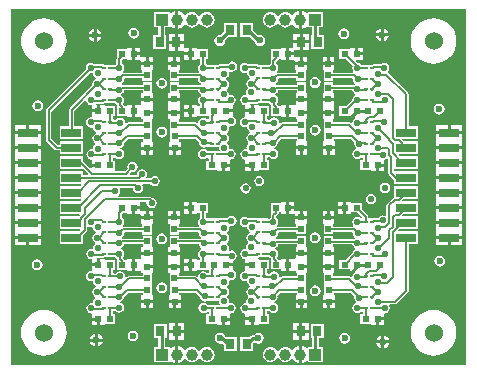
<source format=gbl>
G04 Layer_Physical_Order=4*
G04 Layer_Color=16711680*
%FSAX24Y24*%
%MOIN*%
G70*
G01*
G75*
%ADD10R,0.0118X0.0110*%
%ADD12R,0.0315X0.0354*%
%ADD13R,0.0236X0.0197*%
%ADD15C,0.0060*%
%ADD16C,0.0100*%
%ADD17C,0.0600*%
%ADD18R,0.0394X0.0394*%
%ADD19C,0.0394*%
%ADD20C,0.0217*%
%ADD21C,0.0236*%
%ADD22R,0.0660X0.0290*%
%ADD23R,0.0197X0.0236*%
G36*
X037268Y019693D02*
X022117D01*
Y031575D01*
X037268D01*
Y019693D01*
D02*
G37*
%LPC*%
G36*
X027123Y024084D02*
X027053Y024070D01*
X026994Y024031D01*
X026955Y023972D01*
X026941Y023903D01*
X026955Y023833D01*
X026994Y023774D01*
X027053Y023735D01*
X027123Y023721D01*
X027192Y023735D01*
X027251Y023774D01*
X027290Y023833D01*
X027304Y023903D01*
X027290Y023972D01*
X027251Y024031D01*
X027192Y024070D01*
X027123Y024084D01*
D02*
G37*
G36*
X032243Y024114D02*
X032173Y024100D01*
X032114Y024061D01*
X032075Y024002D01*
X032061Y023933D01*
X032075Y023863D01*
X032114Y023804D01*
X032173Y023765D01*
X032243Y023751D01*
X032312Y023765D01*
X032371Y023804D01*
X032410Y023863D01*
X032424Y023933D01*
X032410Y024002D01*
X032371Y024061D01*
X032312Y024100D01*
X032243Y024114D01*
D02*
G37*
G36*
X036667Y023893D02*
X036287D01*
Y023698D01*
X036667D01*
Y023893D01*
D02*
G37*
G36*
X037147D02*
X036767D01*
Y023698D01*
X037147D01*
Y023893D01*
D02*
G37*
G36*
X023098Y024393D02*
X022668D01*
X022238D01*
Y024227D01*
X022238Y024198D01*
X022238Y024158D01*
Y023993D01*
X022668D01*
X023098D01*
Y024158D01*
X023098Y024188D01*
X023098Y024227D01*
Y024393D01*
D02*
G37*
G36*
Y024893D02*
X022668D01*
X022238D01*
Y024727D01*
X022238Y024698D01*
X022238Y024658D01*
Y024493D01*
X022668D01*
X023098D01*
Y024658D01*
X023098Y024688D01*
X023098Y024727D01*
Y024893D01*
D02*
G37*
G36*
X037147D02*
X036287D01*
Y024727D01*
X036287Y024698D01*
X036287Y024658D01*
Y024493D01*
X037147D01*
Y024658D01*
X037147Y024688D01*
X037147Y024727D01*
Y024893D01*
D02*
G37*
G36*
Y024393D02*
X036287D01*
Y024227D01*
X036287Y024198D01*
X036287Y024158D01*
Y023993D01*
X037147D01*
Y024158D01*
X037147Y024188D01*
X037147Y024227D01*
Y024393D01*
D02*
G37*
G36*
X028314Y025135D02*
X028146D01*
Y024937D01*
Y024738D01*
X028314D01*
Y024778D01*
X028421D01*
Y024608D01*
X028391Y024588D01*
X028354Y024532D01*
X028341Y024467D01*
X028354Y024401D01*
X028387Y024351D01*
X028381Y024328D01*
X028371Y024311D01*
X027711D01*
Y024395D01*
X027751D01*
Y024563D01*
X027553D01*
X027354D01*
Y024395D01*
X027394D01*
Y024042D01*
X027711D01*
Y024128D01*
X028328D01*
X028361Y024093D01*
X028374Y024027D01*
X028411Y023971D01*
X028446Y023948D01*
X028448Y023941D01*
X028448Y023919D01*
X028439Y023905D01*
X027711D01*
Y023991D01*
X027394D01*
Y023638D01*
X027354D01*
Y023470D01*
X027751D01*
Y023638D01*
X027711D01*
Y023722D01*
X028357D01*
X028364Y023687D01*
X028401Y023631D01*
X028453Y023596D01*
X028454Y023582D01*
X028449Y023555D01*
X028447Y023555D01*
X028391Y023518D01*
X028354Y023462D01*
X028341Y023397D01*
X028354Y023331D01*
X028391Y023275D01*
X028421Y023255D01*
Y023195D01*
X028314D01*
Y023235D01*
X028146D01*
Y023037D01*
Y022838D01*
X028314D01*
Y022878D01*
X028663D01*
X028677Y022873D01*
X028700Y022862D01*
Y022800D01*
X028673Y022772D01*
X028634Y022768D01*
X028578Y022805D01*
X028513Y022818D01*
X028447Y022805D01*
X028391Y022768D01*
X028354Y022712D01*
X028342Y022652D01*
X028307Y022632D01*
X028294Y022645D01*
X028264Y022664D01*
X028229Y022671D01*
X027711D01*
Y022755D01*
X027751D01*
Y022923D01*
X027553D01*
X027354D01*
Y022755D01*
X027394D01*
Y022407D01*
X027394Y022402D01*
X027394D01*
X027404Y022371D01*
X027404Y022371D01*
Y022018D01*
X027364D01*
Y021850D01*
X027761D01*
Y022018D01*
X027721D01*
Y022102D01*
X028266D01*
X028392Y021975D01*
X028404Y021917D01*
X028441Y021861D01*
X028497Y021824D01*
X028563Y021811D01*
X028628Y021824D01*
X028654Y021841D01*
X028673Y021831D01*
Y021831D01*
X029028D01*
X029042Y021815D01*
X029054Y021751D01*
X029055Y021744D01*
X029035Y021712D01*
X028673D01*
X028673Y021712D01*
X028638Y021722D01*
X028588Y021755D01*
X028523Y021768D01*
X028457Y021755D01*
X028401Y021718D01*
X028364Y021662D01*
X028351Y021597D01*
X028364Y021531D01*
X028401Y021475D01*
X028457Y021438D01*
X028523Y021425D01*
X028588Y021438D01*
X028638Y021471D01*
X028661Y021478D01*
X028694Y021460D01*
X028700Y021453D01*
Y021385D01*
X028618D01*
Y021068D01*
X028971D01*
Y021028D01*
X029139D01*
Y021227D01*
X029189D01*
Y021277D01*
X029407D01*
Y021388D01*
X029423Y021425D01*
X029445Y021429D01*
X029488Y021438D01*
X029544Y021475D01*
X029581Y021531D01*
X029594Y021597D01*
X029581Y021662D01*
X029544Y021718D01*
X029488Y021755D01*
X029423Y021768D01*
X029408Y021765D01*
X029381Y021793D01*
X029385Y021815D01*
X029372Y021880D01*
X029335Y021936D01*
X029312Y021951D01*
Y021991D01*
X029334Y022005D01*
X029371Y022061D01*
X029384Y022127D01*
X029371Y022192D01*
X029334Y022248D01*
X029299Y022271D01*
Y022318D01*
X029334Y022341D01*
X029371Y022397D01*
X029384Y022463D01*
X029376Y022504D01*
X029408Y022538D01*
X029443Y022531D01*
X029508Y022544D01*
X029564Y022581D01*
X029601Y022637D01*
X029614Y022703D01*
X029601Y022768D01*
X029564Y022824D01*
X029508Y022861D01*
X029497Y022863D01*
Y022987D01*
X029279D01*
Y023087D01*
X029497D01*
Y023178D01*
X029528Y023184D01*
X029584Y023221D01*
X029621Y023277D01*
X029634Y023343D01*
X029621Y023408D01*
X029584Y023464D01*
X029528Y023501D01*
X029463Y023514D01*
X029405Y023503D01*
X029382Y023522D01*
X029374Y023533D01*
X029384Y023583D01*
X029371Y023648D01*
X029334Y023704D01*
X029291Y023733D01*
X029290Y023735D01*
Y023774D01*
X029291Y023776D01*
X029334Y023805D01*
X029371Y023861D01*
X029384Y023927D01*
X029371Y023992D01*
X029334Y024048D01*
X029289Y024078D01*
X029288Y024083D01*
Y024116D01*
X029289Y024121D01*
X029334Y024151D01*
X029371Y024207D01*
X029384Y024273D01*
X029377Y024307D01*
X029411Y024339D01*
X029453Y024331D01*
X029518Y024344D01*
X029574Y024381D01*
X029611Y024437D01*
X029624Y024503D01*
X029611Y024568D01*
X029574Y024624D01*
X029518Y024661D01*
X029453Y024674D01*
X029387Y024661D01*
X029331Y024624D01*
X029306Y024587D01*
X029031D01*
X029006Y024582D01*
X028673D01*
Y024582D01*
X028635Y024586D01*
X028634Y024588D01*
X028604Y024608D01*
Y024778D01*
X028667D01*
Y025095D01*
X028314D01*
Y025135D01*
D02*
G37*
G36*
X023098Y023893D02*
X022718D01*
Y023698D01*
X023098D01*
Y023893D01*
D02*
G37*
G36*
X028046Y022987D02*
X027878D01*
Y022838D01*
X028046D01*
Y022987D01*
D02*
G37*
G36*
X022983Y023224D02*
X022913Y023210D01*
X022854Y023171D01*
X022815Y023112D01*
X022801Y023043D01*
X022815Y022973D01*
X022854Y022914D01*
X022913Y022875D01*
X022983Y022861D01*
X023052Y022875D01*
X023111Y022914D01*
X023150Y022973D01*
X023164Y023043D01*
X023150Y023112D01*
X023111Y023171D01*
X023052Y023210D01*
X022983Y023224D01*
D02*
G37*
G36*
X027133Y022454D02*
X027064Y022440D01*
X027005Y022401D01*
X026966Y022342D01*
X026952Y022273D01*
X026966Y022203D01*
X027005Y022144D01*
X027064Y022105D01*
X027133Y022091D01*
X027203Y022105D01*
X027262Y022144D01*
X027301Y022203D01*
X027315Y022273D01*
X027301Y022342D01*
X027262Y022401D01*
X027203Y022440D01*
X027133Y022454D01*
D02*
G37*
G36*
X026851Y023370D02*
X026454D01*
Y023242D01*
X026417Y023235D01*
Y023235D01*
X026249D01*
Y023037D01*
Y022838D01*
X026417D01*
Y022838D01*
X026454Y022831D01*
Y022755D01*
X026494D01*
Y022671D01*
X026026D01*
X025991Y022664D01*
X025961Y022645D01*
X025944Y022628D01*
X025908Y022647D01*
X025895Y022712D01*
X025857Y022768D01*
X025802Y022805D01*
X025736Y022818D01*
X025670Y022805D01*
X025615Y022768D01*
X025595Y022738D01*
X025522D01*
Y022772D01*
X025495D01*
Y022878D01*
X025577D01*
Y023195D01*
X025224D01*
Y023235D01*
X025056D01*
Y023037D01*
X025006D01*
Y022987D01*
X024788D01*
Y022865D01*
X024774Y022833D01*
X024754Y022824D01*
X024707Y022815D01*
X024651Y022778D01*
X024614Y022722D01*
X024601Y022657D01*
X024614Y022591D01*
X024651Y022535D01*
X024707Y022498D01*
X024773Y022485D01*
X024803Y022491D01*
X024841Y022487D01*
X024846Y022462D01*
X024854Y022421D01*
X024891Y022365D01*
X024943Y022330D01*
X024945Y022316D01*
X024939Y022289D01*
X024917Y022285D01*
X024861Y022248D01*
X024824Y022192D01*
X024811Y022127D01*
X024824Y022061D01*
X024861Y022005D01*
X024914Y021970D01*
X024915Y021968D01*
X024917Y021953D01*
X024916Y021928D01*
X024871Y021898D01*
X024834Y021842D01*
X024824Y021790D01*
X024788Y021757D01*
X024783Y021758D01*
X024717Y021745D01*
X024661Y021708D01*
X024624Y021652D01*
X024611Y021587D01*
X024624Y021521D01*
X024661Y021465D01*
X024717Y021428D01*
X024783Y021415D01*
X024788Y021411D01*
Y021277D01*
X025006D01*
Y021227D01*
X025056D01*
Y021028D01*
X025224D01*
Y021068D01*
X025577D01*
Y021385D01*
X025495D01*
Y021481D01*
X025522D01*
Y021515D01*
X025571D01*
X025591Y021485D01*
X025647Y021448D01*
X025713Y021435D01*
X025778Y021448D01*
X025834Y021485D01*
X025871Y021541D01*
X025884Y021607D01*
X025871Y021672D01*
X025834Y021728D01*
X025778Y021765D01*
X025746Y021771D01*
Y021812D01*
X025758Y021814D01*
X025814Y021851D01*
X025851Y021907D01*
X025858Y021942D01*
X026017Y022102D01*
X026494D01*
Y022018D01*
X026454D01*
Y021850D01*
X026851D01*
Y022018D01*
X026811D01*
Y022371D01*
X026811D01*
X026811Y022402D01*
X026811D01*
Y022755D01*
X026851D01*
Y022923D01*
X026653D01*
Y023023D01*
X026851D01*
Y023191D01*
X026851D01*
X026851Y023202D01*
X026851D01*
Y023370D01*
D02*
G37*
G36*
X036393Y023334D02*
X036323Y023320D01*
X036264Y023281D01*
X036225Y023222D01*
X036211Y023153D01*
X036225Y023083D01*
X036264Y023024D01*
X036323Y022985D01*
X036393Y022971D01*
X036462Y022985D01*
X036521Y023024D01*
X036560Y023083D01*
X036574Y023153D01*
X036560Y023222D01*
X036521Y023281D01*
X036462Y023320D01*
X036393Y023334D01*
D02*
G37*
G36*
X028046Y023235D02*
X027878D01*
Y023087D01*
X028046D01*
Y023235D01*
D02*
G37*
G36*
X022618Y023893D02*
X022238D01*
Y023698D01*
X022618D01*
Y023893D01*
D02*
G37*
G36*
X027751Y023370D02*
X027354D01*
Y023202D01*
X027354D01*
X027354Y023191D01*
X027354D01*
Y023023D01*
X027553D01*
X027751D01*
Y023191D01*
X027751D01*
X027751Y023202D01*
X027751D01*
Y023370D01*
D02*
G37*
G36*
X032885Y023374D02*
X032488D01*
Y023206D01*
X032488D01*
X032488Y023195D01*
X032488D01*
Y023027D01*
X032686D01*
X032885D01*
Y023195D01*
X032885D01*
X032885Y023206D01*
X032885D01*
Y023374D01*
D02*
G37*
G36*
X028046Y025135D02*
X027878D01*
Y024987D01*
X028046D01*
Y025135D01*
D02*
G37*
G36*
X033180Y025139D02*
X033011D01*
Y024990D01*
X033180D01*
Y025139D01*
D02*
G37*
G36*
Y024890D02*
X033011D01*
Y024742D01*
X033180D01*
Y024890D01*
D02*
G37*
G36*
X031283Y025139D02*
X031115D01*
Y025099D01*
X030761D01*
Y024782D01*
X030761Y024782D01*
X030761D01*
X030772Y024743D01*
X030762Y024728D01*
X030755Y024693D01*
Y024604D01*
X030725Y024584D01*
X030705Y024554D01*
X030656Y024554D01*
Y024586D01*
X030338D01*
X030323Y024596D01*
X030288Y024603D01*
X030000D01*
X029972Y024621D01*
X029906Y024634D01*
X029841Y024621D01*
X029785Y024584D01*
X029748Y024528D01*
X029735Y024463D01*
X029748Y024397D01*
X029785Y024341D01*
X029841Y024304D01*
X029906Y024291D01*
X029937Y024297D01*
X029974Y024293D01*
X029980Y024269D01*
X029988Y024227D01*
X030025Y024171D01*
X030077Y024137D01*
X030078Y024122D01*
X030073Y024096D01*
X030051Y024091D01*
X029995Y024054D01*
X029958Y023998D01*
X029945Y023933D01*
X029958Y023867D01*
X029995Y023811D01*
X030003Y023806D01*
Y023759D01*
X029981Y023744D01*
X029944Y023688D01*
X029931Y023623D01*
X029936Y023597D01*
X029910Y023563D01*
X029851Y023551D01*
X029795Y023514D01*
X029758Y023458D01*
X029745Y023393D01*
X029758Y023327D01*
X029795Y023271D01*
X029851Y023234D01*
X029916Y023221D01*
X029921Y023217D01*
Y023090D01*
X030140D01*
Y022990D01*
X029921D01*
Y022861D01*
X029911Y022835D01*
X029891Y022821D01*
X029841Y022811D01*
X029785Y022774D01*
X029748Y022718D01*
X029735Y022653D01*
X029748Y022587D01*
X029785Y022531D01*
X029841Y022494D01*
X029906Y022481D01*
X029937Y022487D01*
X029974Y022483D01*
X029980Y022459D01*
X029988Y022417D01*
X030025Y022361D01*
X030077Y022327D01*
X030078Y022312D01*
X030073Y022286D01*
X030051Y022281D01*
X029995Y022244D01*
X029958Y022188D01*
X029945Y022123D01*
X029958Y022057D01*
X029995Y022001D01*
X030014Y021989D01*
Y021949D01*
X029991Y021934D01*
X029954Y021878D01*
X029941Y021813D01*
X029946Y021788D01*
X029916Y021754D01*
X029851Y021741D01*
X029795Y021704D01*
X029758Y021648D01*
X029745Y021583D01*
X029758Y021517D01*
X029795Y021461D01*
X029851Y021424D01*
X029916Y021411D01*
X029921Y021407D01*
Y021280D01*
X030140D01*
Y021230D01*
X030190D01*
Y021032D01*
X030358D01*
Y021072D01*
X030711D01*
Y021389D01*
X030629D01*
Y021485D01*
X030656D01*
Y021511D01*
X030705D01*
X030725Y021481D01*
X030781Y021444D01*
X030846Y021431D01*
X030912Y021444D01*
X030968Y021481D01*
X031005Y021537D01*
X031018Y021603D01*
X031005Y021668D01*
X030968Y021724D01*
X030912Y021761D01*
X030878Y021768D01*
Y021808D01*
X030888Y021810D01*
X030944Y021847D01*
X030981Y021903D01*
X030994Y021969D01*
X030987Y022004D01*
X031081Y022098D01*
X031628D01*
Y022022D01*
X031588D01*
Y021854D01*
X031985D01*
Y022022D01*
X031945D01*
Y022375D01*
X031945D01*
X031945Y022406D01*
X031945D01*
Y022759D01*
X031985D01*
Y022927D01*
X031786D01*
Y023027D01*
X031985D01*
Y023195D01*
X031985D01*
X031985Y023206D01*
X031985D01*
Y023374D01*
X031588D01*
Y023246D01*
X031551Y023239D01*
Y023239D01*
X031383D01*
Y023040D01*
Y022842D01*
X031551D01*
Y022842D01*
X031588Y022835D01*
Y022759D01*
X031628D01*
Y022668D01*
X031160D01*
X031124Y022661D01*
X031095Y022641D01*
X031078Y022624D01*
X031041Y022643D01*
X031028Y022708D01*
X030991Y022764D01*
X030936Y022801D01*
X030870Y022814D01*
X030804Y022801D01*
X030749Y022764D01*
X030729Y022734D01*
X030656D01*
Y022776D01*
X030629D01*
Y022882D01*
X030711D01*
Y023199D01*
X030358D01*
Y023239D01*
X030346D01*
X030336Y023278D01*
X030358Y023295D01*
X030656D01*
Y023301D01*
X030705D01*
X030725Y023271D01*
X030761Y023247D01*
X030762Y023236D01*
X030761Y023199D01*
X030761Y023199D01*
X030761Y023199D01*
Y022882D01*
X031115D01*
Y022842D01*
X031283D01*
Y023040D01*
Y023239D01*
X031115D01*
Y023199D01*
X031025D01*
X031024Y023205D01*
X031004Y023234D01*
X030968Y023271D01*
Y023272D01*
X031005Y023327D01*
X031018Y023393D01*
X031005Y023458D01*
X030968Y023514D01*
X030920Y023546D01*
X030917Y023562D01*
Y023574D01*
X030920Y023589D01*
X030968Y023621D01*
X031005Y023677D01*
X031013Y023718D01*
X031628D01*
Y023642D01*
X031588D01*
Y023474D01*
X031985D01*
Y023642D01*
X031945D01*
Y023995D01*
X031628D01*
Y023901D01*
X030943D01*
X030931Y023911D01*
X030933Y023958D01*
X030968Y023981D01*
X031005Y024037D01*
X031018Y024103D01*
X031054Y024124D01*
X031618D01*
Y024046D01*
X031935D01*
Y024399D01*
X031975D01*
Y024567D01*
X031776D01*
X031578D01*
Y024399D01*
X031618D01*
Y024308D01*
X030988D01*
X030974Y024330D01*
X030971Y024346D01*
X031005Y024397D01*
X031018Y024463D01*
X031005Y024528D01*
X030968Y024584D01*
X030938Y024604D01*
Y024655D01*
X030997Y024714D01*
X031017Y024744D01*
X031024Y024779D01*
Y024782D01*
X031115D01*
Y024742D01*
X031283D01*
Y024940D01*
Y025139D01*
D02*
G37*
G36*
X031551D02*
X031383D01*
Y024990D01*
X031551D01*
Y025139D01*
D02*
G37*
G36*
X034103Y025394D02*
X034037Y025381D01*
X033981Y025344D01*
X033944Y025288D01*
X033931Y025223D01*
X033944Y025157D01*
X033981Y025101D01*
X034037Y025064D01*
X034103Y025051D01*
X034168Y025064D01*
X034224Y025101D01*
X034261Y025157D01*
X034274Y025223D01*
X034261Y025288D01*
X034224Y025344D01*
X034168Y025381D01*
X034103Y025394D01*
D02*
G37*
G36*
X029923Y025754D02*
X029857Y025741D01*
X029801Y025704D01*
X029764Y025648D01*
X029751Y025583D01*
X029764Y025517D01*
X029801Y025461D01*
X029857Y025424D01*
X029923Y025411D01*
X029988Y025424D01*
X030044Y025461D01*
X030081Y025517D01*
X030094Y025583D01*
X030081Y025648D01*
X030044Y025704D01*
X029988Y025741D01*
X029923Y025754D01*
D02*
G37*
G36*
X023098Y025393D02*
X022668D01*
X022238D01*
Y025227D01*
X022238Y025198D01*
X022238Y025158D01*
Y024993D01*
X022668D01*
X023098D01*
Y025158D01*
X023098Y025188D01*
X023098Y025227D01*
Y025393D01*
D02*
G37*
G36*
X037147D02*
X036287D01*
Y025227D01*
X036287Y025198D01*
X036287Y025158D01*
Y024993D01*
X037147D01*
Y025158D01*
X037147Y025188D01*
X037147Y025227D01*
Y025393D01*
D02*
G37*
G36*
X028046Y024887D02*
X027878D01*
Y024738D01*
X028046D01*
Y024887D01*
D02*
G37*
G36*
X026693Y024832D02*
Y024663D01*
X026841D01*
Y024832D01*
X026693D01*
D02*
G37*
G36*
X027751D02*
X027603D01*
Y024663D01*
X027751D01*
Y024832D01*
D02*
G37*
G36*
X026417Y024887D02*
X026249D01*
Y024738D01*
X026417D01*
X026444Y024710D01*
Y024663D01*
X026593D01*
Y024832D01*
X026444D01*
X026417Y024860D01*
Y024887D01*
D02*
G37*
G36*
X027503Y024832D02*
X027354D01*
Y024663D01*
X027503D01*
Y024832D01*
D02*
G37*
G36*
X035657Y025648D02*
X034877D01*
Y025286D01*
X034856Y025282D01*
X034826Y025262D01*
X034642Y025078D01*
X034622Y025048D01*
X034615Y025013D01*
Y024686D01*
X034576Y024665D01*
X034554Y024679D01*
X034488Y024692D01*
X034423Y024679D01*
X034367Y024642D01*
X034330Y024586D01*
X034329Y024583D01*
X034246D01*
Y024586D01*
X034018D01*
Y024638D01*
X034011Y024673D01*
X033991Y024703D01*
X033801Y024892D01*
Y025099D01*
X033448D01*
Y025139D01*
X033280D01*
Y024940D01*
Y024742D01*
X033448D01*
Y024782D01*
X033652D01*
X033809Y024625D01*
X033807Y024586D01*
X033768Y024584D01*
X033712Y024621D01*
X033646Y024634D01*
X033581Y024621D01*
X033525Y024584D01*
X033488Y024528D01*
X033475Y024463D01*
X033488Y024397D01*
X033521Y024347D01*
X033515Y024325D01*
X033505Y024308D01*
X032845D01*
Y024399D01*
X032885D01*
Y024567D01*
X032686D01*
X032488D01*
Y024399D01*
X032528D01*
Y024046D01*
X032845D01*
Y024124D01*
X033458D01*
X033491Y024089D01*
X033504Y024023D01*
X033541Y023967D01*
X033576Y023944D01*
X033578Y023937D01*
X033578Y023919D01*
X033569Y023901D01*
X032845D01*
Y023995D01*
X032528D01*
Y023642D01*
X032488D01*
Y023474D01*
X032885D01*
Y023642D01*
X032845D01*
Y023718D01*
X033487D01*
X033494Y023683D01*
X033531Y023627D01*
X033584Y023592D01*
X033585Y023581D01*
X033581Y023551D01*
X033581Y023551D01*
X033525Y023514D01*
X033488Y023458D01*
X033481Y023421D01*
X033258Y023199D01*
X033051D01*
Y022882D01*
X033405D01*
Y022842D01*
X033585D01*
X033589Y022803D01*
X033581Y022801D01*
X033525Y022764D01*
X033488Y022708D01*
X033476Y022648D01*
X033441Y022628D01*
X033428Y022641D01*
X033398Y022661D01*
X033363Y022668D01*
X032845D01*
Y022759D01*
X032885D01*
Y022927D01*
X032686D01*
X032488D01*
Y022759D01*
X032528D01*
Y022411D01*
X032528Y022406D01*
X032528D01*
X032538Y022375D01*
X032538Y022375D01*
Y022022D01*
X032498D01*
Y021854D01*
X032895D01*
Y022022D01*
X032855D01*
Y022098D01*
X033432D01*
X033552Y021977D01*
X033545Y021943D01*
X033558Y021877D01*
X033595Y021821D01*
X033615Y021808D01*
X033607Y021766D01*
X033581Y021761D01*
X033525Y021724D01*
X033488Y021668D01*
X033475Y021603D01*
X033488Y021537D01*
X033525Y021481D01*
X033581Y021444D01*
X033646Y021431D01*
X033712Y021444D01*
X033768Y021481D01*
X033769Y021483D01*
X033795Y021485D01*
X033831Y021460D01*
X033834Y021457D01*
Y021389D01*
X033751D01*
Y021072D01*
X034105D01*
Y021032D01*
X034273D01*
Y021230D01*
X034323D01*
Y021280D01*
X034541D01*
Y021409D01*
X034556Y021421D01*
X034622Y021434D01*
X034678Y021471D01*
X034715Y021527D01*
X034728Y021593D01*
X034715Y021658D01*
X034701Y021680D01*
X034722Y021719D01*
X034921D01*
X034956Y021726D01*
X034986Y021746D01*
X035332Y022092D01*
X035352Y022122D01*
X035359Y022157D01*
Y023738D01*
X035657D01*
Y024148D01*
X035022D01*
X035007Y024184D01*
X035061Y024238D01*
X035657D01*
Y024648D01*
X035153D01*
X035138Y024684D01*
X035192Y024738D01*
X035657D01*
Y025148D01*
X035153D01*
X035138Y025184D01*
X035192Y025238D01*
X035657D01*
Y025648D01*
D02*
G37*
G36*
X031826Y024835D02*
Y024667D01*
X031975D01*
Y024835D01*
X031826D01*
D02*
G37*
G36*
X032885D02*
X032736D01*
Y024667D01*
X032885D01*
Y024835D01*
D02*
G37*
G36*
X031551Y024890D02*
X031383D01*
Y024742D01*
X031551D01*
X031578Y024714D01*
Y024667D01*
X031726D01*
Y024835D01*
X031578D01*
X031551Y024864D01*
Y024890D01*
D02*
G37*
G36*
X032636Y024835D02*
X032488D01*
Y024667D01*
X032636D01*
Y024835D01*
D02*
G37*
G36*
X032252Y022354D02*
X032182Y022340D01*
X032123Y022301D01*
X032084Y022242D01*
X032070Y022173D01*
X032084Y022103D01*
X032123Y022044D01*
X032182Y022005D01*
X032252Y021991D01*
X032321Y022005D01*
X032380Y022044D01*
X032419Y022103D01*
X032433Y022173D01*
X032419Y022242D01*
X032380Y022301D01*
X032321Y022340D01*
X032252Y022354D01*
D02*
G37*
G36*
X026173Y020844D02*
X026103Y020830D01*
X026044Y020791D01*
X026005Y020732D01*
X025991Y020663D01*
X026005Y020593D01*
X026044Y020534D01*
X026103Y020495D01*
X026173Y020481D01*
X026242Y020495D01*
X026301Y020534D01*
X026340Y020593D01*
X026354Y020663D01*
X026340Y020732D01*
X026301Y020791D01*
X026242Y020830D01*
X026173Y020844D01*
D02*
G37*
G36*
X034448Y020681D02*
X034413Y020674D01*
X034341Y020625D01*
X034293Y020553D01*
X034286Y020518D01*
X034448D01*
Y020681D01*
D02*
G37*
G36*
X025159Y020478D02*
X024997D01*
Y020316D01*
X025032Y020323D01*
X025104Y020371D01*
X025152Y020443D01*
X025159Y020478D01*
D02*
G37*
G36*
X033223Y020774D02*
X033153Y020760D01*
X033094Y020721D01*
X033055Y020662D01*
X033041Y020593D01*
X033055Y020523D01*
X033094Y020464D01*
X033153Y020425D01*
X033223Y020411D01*
X033292Y020425D01*
X033351Y020464D01*
X033390Y020523D01*
X033404Y020593D01*
X033390Y020662D01*
X033351Y020721D01*
X033292Y020760D01*
X033223Y020774D01*
D02*
G37*
G36*
X034548Y020681D02*
Y020518D01*
X034711D01*
X034704Y020553D01*
X034655Y020625D01*
X034583Y020674D01*
X034548Y020681D01*
D02*
G37*
G36*
X031717Y020773D02*
X031509D01*
Y020545D01*
X031717D01*
Y020773D01*
D02*
G37*
G36*
X032024D02*
X031817D01*
Y020545D01*
X032024D01*
Y020773D01*
D02*
G37*
G36*
X027578D02*
X027371D01*
Y020545D01*
X027578D01*
Y020773D01*
D02*
G37*
G36*
X027886D02*
X027678D01*
Y020545D01*
X027886D01*
Y020773D01*
D02*
G37*
G36*
X024897Y020478D02*
X024734D01*
X024741Y020443D01*
X024790Y020371D01*
X024862Y020323D01*
X024897Y020316D01*
Y020478D01*
D02*
G37*
G36*
X023196Y021534D02*
X023048Y021519D01*
X022905Y021476D01*
X022773Y021405D01*
X022657Y021311D01*
X022562Y021195D01*
X022492Y021063D01*
X022449Y020920D01*
X022434Y020771D01*
X022449Y020623D01*
X022492Y020480D01*
X022562Y020348D01*
X022657Y020232D01*
X022773Y020137D01*
X022905Y020067D01*
X023048Y020024D01*
X023196Y020009D01*
X023345Y020024D01*
X023488Y020067D01*
X023620Y020137D01*
X023736Y020232D01*
X023830Y020348D01*
X023901Y020480D01*
X023944Y020623D01*
X023959Y020771D01*
X023944Y020920D01*
X023901Y021063D01*
X023830Y021195D01*
X023736Y021311D01*
X023620Y021405D01*
X023488Y021476D01*
X023345Y021519D01*
X023196Y021534D01*
D02*
G37*
G36*
X036189D02*
X036040Y021519D01*
X035897Y021476D01*
X035765Y021405D01*
X035649Y021311D01*
X035555Y021195D01*
X035484Y021063D01*
X035441Y020920D01*
X035426Y020771D01*
X035441Y020623D01*
X035484Y020480D01*
X035555Y020348D01*
X035649Y020232D01*
X035765Y020137D01*
X035897Y020067D01*
X036040Y020024D01*
X036189Y020009D01*
X036337Y020024D01*
X036480Y020067D01*
X036612Y020137D01*
X036728Y020232D01*
X036823Y020348D01*
X036893Y020480D01*
X036936Y020623D01*
X036951Y020771D01*
X036936Y020920D01*
X036893Y021063D01*
X036823Y021195D01*
X036728Y021311D01*
X036612Y021405D01*
X036480Y021476D01*
X036337Y021519D01*
X036189Y021534D01*
D02*
G37*
G36*
X027294Y021060D02*
X026859D01*
Y020585D01*
X027021D01*
Y020300D01*
X026877D01*
Y019786D01*
X027390D01*
Y019813D01*
X027430Y019825D01*
X027484Y019784D01*
X027556Y019754D01*
X027583Y019750D01*
Y020043D01*
Y020336D01*
X027556Y020332D01*
X027484Y020302D01*
X027430Y020261D01*
X027390Y020273D01*
Y020300D01*
X027246D01*
Y020585D01*
X027294D01*
Y021060D01*
D02*
G37*
G36*
X027683Y020336D02*
Y020043D01*
Y019750D01*
X027711Y019754D01*
X027783Y019784D01*
X027845Y019831D01*
X027884Y019882D01*
X027921Y019887D01*
X027932Y019884D01*
X027950Y019860D01*
X028004Y019819D01*
X028066Y019793D01*
X028133Y019784D01*
X028201Y019793D01*
X028263Y019819D01*
X028317Y019860D01*
X028358Y019913D01*
X028364Y019928D01*
X028403D01*
X028409Y019913D01*
X028450Y019860D01*
X028504Y019819D01*
X028566Y019793D01*
X028633Y019784D01*
X028701Y019793D01*
X028763Y019819D01*
X028817Y019860D01*
X028858Y019913D01*
X028884Y019976D01*
X028893Y020043D01*
X028884Y020110D01*
X028858Y020172D01*
X028817Y020226D01*
X028763Y020267D01*
X028701Y020293D01*
X028633Y020302D01*
X028566Y020293D01*
X028504Y020267D01*
X028450Y020226D01*
X028409Y020172D01*
X028403Y020158D01*
X028364D01*
X028358Y020172D01*
X028317Y020226D01*
X028263Y020267D01*
X028201Y020293D01*
X028133Y020302D01*
X028066Y020293D01*
X028004Y020267D01*
X027950Y020226D01*
X027932Y020202D01*
X027921Y020199D01*
X027884Y020204D01*
X027845Y020255D01*
X027783Y020302D01*
X027711Y020332D01*
X027683Y020336D01*
D02*
G37*
G36*
X029073Y020774D02*
X029003Y020760D01*
X028944Y020721D01*
X028905Y020662D01*
X028891Y020593D01*
X028905Y020523D01*
X028944Y020464D01*
X029003Y020425D01*
X029073Y020411D01*
X029133Y020423D01*
X029199Y020357D01*
Y020155D01*
X029634D01*
Y020630D01*
X029247D01*
X029240Y020662D01*
X029201Y020721D01*
X029142Y020760D01*
X029073Y020774D01*
D02*
G37*
G36*
X034711Y020418D02*
X034548D01*
Y020256D01*
X034583Y020263D01*
X034655Y020311D01*
X034704Y020383D01*
X034711Y020418D01*
D02*
G37*
G36*
X032536Y021060D02*
X032101D01*
Y020585D01*
X032139D01*
Y020300D01*
X031995D01*
Y020273D01*
X031955Y020261D01*
X031901Y020302D01*
X031829Y020332D01*
X031802Y020336D01*
Y020043D01*
Y019750D01*
X031829Y019754D01*
X031901Y019784D01*
X031955Y019825D01*
X031995Y019813D01*
Y019786D01*
X032508D01*
Y020300D01*
X032364D01*
Y020585D01*
X032536D01*
Y021060D01*
D02*
G37*
G36*
X031702Y020336D02*
X031674Y020332D01*
X031602Y020302D01*
X031540Y020255D01*
X031501Y020204D01*
X031464Y020199D01*
X031453Y020202D01*
X031435Y020226D01*
X031381Y020267D01*
X031319Y020293D01*
X031252Y020302D01*
X031185Y020293D01*
X031122Y020267D01*
X031068Y020226D01*
X031027Y020172D01*
X031021Y020158D01*
X030982D01*
X030976Y020172D01*
X030935Y020226D01*
X030881Y020267D01*
X030819Y020293D01*
X030752Y020302D01*
X030685Y020293D01*
X030622Y020267D01*
X030568Y020226D01*
X030527Y020172D01*
X030501Y020110D01*
X030493Y020043D01*
X030501Y019976D01*
X030527Y019913D01*
X030568Y019860D01*
X030622Y019819D01*
X030685Y019793D01*
X030752Y019784D01*
X030819Y019793D01*
X030881Y019819D01*
X030935Y019860D01*
X030976Y019913D01*
X030982Y019928D01*
X031021D01*
X031027Y019913D01*
X031068Y019860D01*
X031122Y019819D01*
X031185Y019793D01*
X031252Y019784D01*
X031319Y019793D01*
X031381Y019819D01*
X031435Y019860D01*
X031453Y019884D01*
X031464Y019887D01*
X031501Y019882D01*
X031540Y019831D01*
X031602Y019784D01*
X031674Y019754D01*
X031702Y019750D01*
Y020043D01*
Y020336D01*
D02*
G37*
G36*
X034448Y020418D02*
X034286D01*
X034293Y020383D01*
X034341Y020311D01*
X034413Y020263D01*
X034448Y020256D01*
Y020418D01*
D02*
G37*
G36*
X026851Y021750D02*
X026703D01*
Y021582D01*
X026851D01*
Y021750D01*
D02*
G37*
G36*
X027513D02*
X027364D01*
Y021582D01*
X027513D01*
Y021750D01*
D02*
G37*
G36*
X034541Y021180D02*
X034373D01*
Y021032D01*
X034541D01*
Y021180D01*
D02*
G37*
G36*
X026603Y021750D02*
X026454D01*
Y021582D01*
X026603D01*
Y021750D01*
D02*
G37*
G36*
X027761D02*
X027613D01*
Y021582D01*
X027761D01*
Y021750D01*
D02*
G37*
G36*
X032646Y021754D02*
X032498D01*
Y021586D01*
X032646D01*
Y021754D01*
D02*
G37*
G36*
X032895D02*
X032746D01*
Y021586D01*
X032895D01*
Y021754D01*
D02*
G37*
G36*
X031736D02*
X031588D01*
Y021586D01*
X031736D01*
Y021754D01*
D02*
G37*
G36*
X031985D02*
X031836D01*
Y021586D01*
X031985D01*
Y021754D01*
D02*
G37*
G36*
X030090Y021180D02*
X029921D01*
Y021032D01*
X030090D01*
Y021180D01*
D02*
G37*
G36*
X030353Y020774D02*
X030283Y020760D01*
X030224Y020721D01*
X030213Y020705D01*
X030168D01*
X030168Y020705D01*
X030125Y020696D01*
X030089Y020672D01*
X030089Y020672D01*
X030047Y020630D01*
X029751D01*
Y020155D01*
X030186D01*
Y020433D01*
X030220Y020465D01*
X030224Y020464D01*
X030283Y020425D01*
X030353Y020411D01*
X030422Y020425D01*
X030481Y020464D01*
X030520Y020523D01*
X030534Y020593D01*
X030520Y020662D01*
X030481Y020721D01*
X030422Y020760D01*
X030353Y020774D01*
D02*
G37*
G36*
X031717Y021100D02*
X031509D01*
Y020873D01*
X031717D01*
Y021100D01*
D02*
G37*
G36*
X024897Y020741D02*
X024862Y020734D01*
X024790Y020685D01*
X024741Y020613D01*
X024734Y020578D01*
X024897D01*
Y020741D01*
D02*
G37*
G36*
X024997D02*
Y020578D01*
X025159D01*
X025152Y020613D01*
X025104Y020685D01*
X025032Y020734D01*
X024997Y020741D01*
D02*
G37*
G36*
X027578Y021100D02*
X027371D01*
Y020873D01*
X027578D01*
Y021100D01*
D02*
G37*
G36*
X024956Y021177D02*
X024788D01*
Y021028D01*
X024956D01*
Y021177D01*
D02*
G37*
G36*
X029407D02*
X029239D01*
Y021028D01*
X029407D01*
Y021177D01*
D02*
G37*
G36*
X027886Y021100D02*
X027678D01*
Y020873D01*
X027886D01*
Y021100D01*
D02*
G37*
G36*
X032024Y021100D02*
X031817D01*
Y020873D01*
X032024D01*
Y021100D01*
D02*
G37*
G36*
X031283Y030265D02*
X031115D01*
Y030225D01*
X030761D01*
Y029908D01*
X030761Y029908D01*
X030761D01*
X030766Y029869D01*
X030762Y029861D01*
X030755Y029826D01*
Y029738D01*
X030725Y029718D01*
X030705Y029688D01*
X030656Y029688D01*
Y029712D01*
X030350D01*
X030323Y029729D01*
X030288Y029736D01*
X030000D01*
X029972Y029755D01*
X029906Y029768D01*
X029841Y029755D01*
X029785Y029718D01*
X029748Y029662D01*
X029735Y029596D01*
X029748Y029531D01*
X029785Y029475D01*
X029841Y029438D01*
X029906Y029425D01*
X029937Y029431D01*
X029974Y029427D01*
X029980Y029402D01*
X029988Y029361D01*
X030025Y029305D01*
X030077Y029270D01*
X030078Y029256D01*
X030073Y029229D01*
X030051Y029225D01*
X029995Y029188D01*
X029958Y029132D01*
X029945Y029066D01*
X029958Y029001D01*
X029991Y028951D01*
X029995Y028929D01*
Y028906D01*
X029991Y028904D01*
X029954Y028848D01*
X029941Y028783D01*
X029951Y028731D01*
X029924Y028697D01*
X029916Y028698D01*
X029851Y028685D01*
X029795Y028648D01*
X029758Y028592D01*
X029745Y028526D01*
X029758Y028461D01*
X029795Y028405D01*
X029851Y028368D01*
X029916Y028355D01*
X029921Y028351D01*
Y028216D01*
X030090D01*
Y028376D01*
X030075Y028404D01*
X030077Y028406D01*
X030298D01*
X030333Y028413D01*
X030345Y028421D01*
X030656D01*
Y028435D01*
X030705D01*
X030725Y028405D01*
X030781Y028368D01*
X030777Y028358D01*
X030761Y028325D01*
X030761Y028325D01*
Y028008D01*
X031115D01*
Y027968D01*
X031283D01*
Y028166D01*
Y028365D01*
X031115D01*
Y028325D01*
X031027D01*
X031024Y028338D01*
X031004Y028368D01*
X030968Y028404D01*
Y028406D01*
X031005Y028461D01*
X031018Y028526D01*
X031005Y028592D01*
X030968Y028648D01*
X030920Y028680D01*
X030917Y028695D01*
Y028707D01*
X030920Y028723D01*
X030968Y028755D01*
X031005Y028811D01*
X031013Y028852D01*
X031628D01*
Y028768D01*
X031588D01*
Y028600D01*
X031985D01*
Y028768D01*
X031945D01*
Y029121D01*
X031628D01*
Y029035D01*
X030943D01*
X030931Y029045D01*
X030933Y029092D01*
X030968Y029115D01*
X031005Y029171D01*
X031018Y029236D01*
X031054Y029258D01*
X031618D01*
Y029172D01*
X031935D01*
Y029525D01*
X031975D01*
Y029693D01*
X031776D01*
X031578D01*
Y029525D01*
X031618D01*
Y029441D01*
X030988D01*
X030974Y029464D01*
X030971Y029480D01*
X031005Y029531D01*
X031018Y029596D01*
X031005Y029662D01*
X030968Y029718D01*
X030938Y029738D01*
Y029788D01*
X030997Y029848D01*
X031017Y029877D01*
X031023Y029908D01*
X031115D01*
Y029868D01*
X031283D01*
Y030066D01*
Y030265D01*
D02*
G37*
G36*
X027876Y030403D02*
X027668D01*
Y030175D01*
X027876Y030175D01*
X027878Y030137D01*
Y030113D01*
X028046D01*
Y030261D01*
X027878Y030261D01*
X027876Y030299D01*
Y030403D01*
D02*
G37*
G36*
X026149Y030261D02*
X025981D01*
Y030221D01*
X025628D01*
Y029937D01*
X025621Y029903D01*
Y029734D01*
X025591Y029714D01*
X025571Y029684D01*
X025522Y029684D01*
Y029708D01*
X025216D01*
X025189Y029726D01*
X025154Y029733D01*
X024866D01*
X024838Y029751D01*
X024773Y029764D01*
X024707Y029751D01*
X024651Y029714D01*
X024614Y029658D01*
X024601Y029593D01*
X024608Y029558D01*
X023298Y028247D01*
X023278Y028218D01*
X023271Y028183D01*
Y027203D01*
X023278Y027167D01*
X023298Y027138D01*
X023558Y026878D01*
X023587Y026858D01*
X023623Y026851D01*
X023728D01*
Y026738D01*
X024508D01*
Y027148D01*
X023728D01*
Y027034D01*
X023661D01*
X023454Y027241D01*
Y028145D01*
X024738Y029428D01*
X024773Y029421D01*
X024803Y029427D01*
X024841Y029423D01*
X024846Y029398D01*
X024854Y029357D01*
X024891Y029301D01*
X024943Y029266D01*
X024945Y029252D01*
X024939Y029225D01*
X024917Y029221D01*
X024861Y029184D01*
X024824Y029128D01*
X024811Y029063D01*
X024818Y029028D01*
X024058Y028267D01*
X024038Y028238D01*
X024031Y028203D01*
Y027648D01*
X023728D01*
Y027238D01*
X024508D01*
Y027648D01*
X024214D01*
Y028165D01*
X024574Y028524D01*
X024614Y028508D01*
X024624Y028457D01*
X024661Y028401D01*
X024717Y028364D01*
X024783Y028351D01*
X024788Y028347D01*
Y028213D01*
X024956D01*
Y028372D01*
X024941Y028400D01*
X024943Y028402D01*
X025164D01*
X025199Y028409D01*
X025211Y028417D01*
X025522D01*
Y028431D01*
X025571D01*
X025591Y028401D01*
X025647Y028364D01*
X025643Y028354D01*
X025628Y028321D01*
X025628Y028321D01*
Y028004D01*
X025981D01*
Y027964D01*
X026149D01*
Y028163D01*
Y028361D01*
X025981D01*
Y028321D01*
X025893D01*
X025890Y028334D01*
X025871Y028364D01*
X025834Y028401D01*
Y028402D01*
X025871Y028457D01*
X025884Y028523D01*
X025871Y028588D01*
X025834Y028644D01*
X025786Y028676D01*
X025783Y028692D01*
Y028704D01*
X025786Y028719D01*
X025834Y028751D01*
X025871Y028807D01*
X025879Y028848D01*
X026494D01*
Y028764D01*
X026454D01*
Y028596D01*
X026851D01*
Y028764D01*
X026811D01*
Y029117D01*
X026494D01*
Y029031D01*
X025809D01*
X025797Y029041D01*
X025800Y029088D01*
X025834Y029111D01*
X025871Y029167D01*
X025884Y029233D01*
X025920Y029254D01*
X026484D01*
Y029168D01*
X026801D01*
Y029521D01*
X026841D01*
Y029689D01*
X026643D01*
X026444D01*
Y029521D01*
X026484D01*
Y029437D01*
X025854D01*
X025840Y029460D01*
X025837Y029476D01*
X025871Y029527D01*
X025884Y029593D01*
X025871Y029658D01*
X025834Y029714D01*
X025804Y029734D01*
Y029865D01*
X025844Y029904D01*
X025981D01*
Y029864D01*
X026149D01*
Y030063D01*
Y030261D01*
D02*
G37*
G36*
X028046Y030013D02*
X027878D01*
Y029864D01*
X028046D01*
Y030013D01*
D02*
G37*
G36*
X026417Y030261D02*
X026249D01*
Y030113D01*
X026417D01*
Y030261D01*
D02*
G37*
G36*
X027568Y030403D02*
X027361D01*
Y030175D01*
X027568D01*
Y030403D01*
D02*
G37*
G36*
X032034Y030413D02*
X031827D01*
Y030185D01*
X032034D01*
Y030413D01*
D02*
G37*
G36*
X031727D02*
X031519D01*
Y030265D01*
X031383D01*
Y030116D01*
X031551D01*
Y030185D01*
X031727D01*
Y030413D01*
D02*
G37*
G36*
X033841Y030265D02*
X033673D01*
Y030116D01*
X033841D01*
Y030265D01*
D02*
G37*
G36*
X032885Y029961D02*
X032736D01*
Y029793D01*
X032885D01*
Y029961D01*
D02*
G37*
G36*
X026417Y030013D02*
X026249D01*
Y029864D01*
X026417D01*
X026444Y029836D01*
Y029789D01*
X026593D01*
Y029957D01*
X026444D01*
X026417Y029986D01*
Y030013D01*
D02*
G37*
G36*
X027503Y029957D02*
X027354D01*
Y029789D01*
X027503D01*
Y029957D01*
D02*
G37*
G36*
X023196Y031258D02*
X023048Y031244D01*
X022905Y031200D01*
X022773Y031130D01*
X022657Y031035D01*
X022562Y030919D01*
X022492Y030788D01*
X022449Y030645D01*
X022434Y030496D01*
X022449Y030347D01*
X022492Y030204D01*
X022562Y030072D01*
X022657Y029957D01*
X022773Y029862D01*
X022905Y029791D01*
X023048Y029748D01*
X023196Y029733D01*
X023345Y029748D01*
X023488Y029791D01*
X023620Y029862D01*
X023736Y029957D01*
X023830Y030072D01*
X023901Y030204D01*
X023944Y030347D01*
X023959Y030496D01*
X023944Y030645D01*
X023901Y030788D01*
X023830Y030919D01*
X023736Y031035D01*
X023620Y031130D01*
X023488Y031200D01*
X023345Y031244D01*
X023196Y031258D01*
D02*
G37*
G36*
X036189D02*
X036040Y031244D01*
X035897Y031200D01*
X035765Y031130D01*
X035649Y031035D01*
X035555Y030919D01*
X035484Y030788D01*
X035441Y030645D01*
X035426Y030496D01*
X035441Y030347D01*
X035484Y030204D01*
X035555Y030072D01*
X035649Y029957D01*
X035765Y029862D01*
X035897Y029791D01*
X036040Y029748D01*
X036189Y029733D01*
X036337Y029748D01*
X036480Y029791D01*
X036612Y029862D01*
X036728Y029957D01*
X036823Y030072D01*
X036893Y030204D01*
X036936Y030347D01*
X036951Y030496D01*
X036936Y030645D01*
X036893Y030788D01*
X036823Y030919D01*
X036728Y031035D01*
X036612Y031130D01*
X036480Y031200D01*
X036337Y031244D01*
X036189Y031258D01*
D02*
G37*
G36*
X026693Y029957D02*
Y029789D01*
X026841D01*
Y029957D01*
X026693D01*
D02*
G37*
G36*
X032636Y029961D02*
X032488D01*
Y029793D01*
X032636D01*
Y029961D01*
D02*
G37*
G36*
X031826D02*
Y029793D01*
X031975D01*
Y029961D01*
X031826D01*
D02*
G37*
G36*
X027751Y029957D02*
X027603D01*
Y029789D01*
X027751D01*
Y029957D01*
D02*
G37*
G36*
X031551Y030016D02*
X031383D01*
Y029868D01*
X031551D01*
X031578Y029840D01*
Y029793D01*
X031726D01*
Y029961D01*
X031578D01*
X031551Y029990D01*
Y030016D01*
D02*
G37*
G36*
X031802Y031497D02*
Y031204D01*
Y030912D01*
X031829Y030915D01*
X031901Y030945D01*
X031955Y030987D01*
X031995Y030974D01*
Y030947D01*
X032139D01*
Y030700D01*
X032111D01*
Y030225D01*
X032546D01*
Y030700D01*
X032364D01*
Y030947D01*
X032508D01*
Y031461D01*
X031995D01*
Y031434D01*
X031955Y031422D01*
X031901Y031464D01*
X031829Y031494D01*
X031802Y031497D01*
D02*
G37*
G36*
X024857Y030899D02*
X024822Y030892D01*
X024750Y030844D01*
X024701Y030772D01*
X024694Y030737D01*
X024857D01*
Y030899D01*
D02*
G37*
G36*
X024957D02*
Y030737D01*
X025119D01*
X025112Y030772D01*
X025064Y030844D01*
X024992Y030892D01*
X024957Y030899D01*
D02*
G37*
G36*
X026193Y030934D02*
X026123Y030920D01*
X026064Y030881D01*
X026025Y030822D01*
X026011Y030753D01*
X026025Y030683D01*
X026064Y030624D01*
X026123Y030585D01*
X026193Y030571D01*
X026262Y030585D01*
X026321Y030624D01*
X026360Y030683D01*
X026374Y030753D01*
X026360Y030822D01*
X026321Y030881D01*
X026262Y030920D01*
X026193Y030934D01*
D02*
G37*
G36*
X029634Y031100D02*
X029199D01*
Y030804D01*
X029085Y030690D01*
X029063Y030694D01*
X028993Y030680D01*
X028934Y030641D01*
X028895Y030582D01*
X028881Y030513D01*
X028895Y030443D01*
X028934Y030384D01*
X028993Y030345D01*
X029063Y030331D01*
X029132Y030345D01*
X029191Y030384D01*
X029230Y030443D01*
X029244Y030513D01*
X029241Y030528D01*
X029338Y030625D01*
X029634D01*
Y031100D01*
D02*
G37*
G36*
X034428Y030919D02*
X034393Y030912D01*
X034321Y030864D01*
X034273Y030792D01*
X034266Y030757D01*
X034428D01*
Y030919D01*
D02*
G37*
G36*
X031702Y031497D02*
X031674Y031494D01*
X031602Y031464D01*
X031540Y031416D01*
X031501Y031366D01*
X031464Y031361D01*
X031453Y031363D01*
X031435Y031388D01*
X031381Y031429D01*
X031319Y031455D01*
X031252Y031463D01*
X031185Y031455D01*
X031122Y031429D01*
X031068Y031388D01*
X031027Y031334D01*
X031021Y031319D01*
X030982D01*
X030976Y031334D01*
X030935Y031388D01*
X030881Y031429D01*
X030819Y031455D01*
X030752Y031463D01*
X030685Y031455D01*
X030622Y031429D01*
X030568Y031388D01*
X030527Y031334D01*
X030501Y031271D01*
X030493Y031204D01*
X030501Y031137D01*
X030527Y031075D01*
X030568Y031021D01*
X030622Y030980D01*
X030685Y030954D01*
X030752Y030945D01*
X030819Y030954D01*
X030881Y030980D01*
X030935Y031021D01*
X030976Y031075D01*
X030982Y031089D01*
X031021D01*
X031027Y031075D01*
X031068Y031021D01*
X031122Y030980D01*
X031185Y030954D01*
X031252Y030945D01*
X031319Y030954D01*
X031381Y030980D01*
X031435Y031021D01*
X031453Y031045D01*
X031464Y031048D01*
X031501Y031043D01*
X031540Y030993D01*
X031602Y030945D01*
X031674Y030915D01*
X031702Y030912D01*
Y031204D01*
Y031497D01*
D02*
G37*
G36*
X027583D02*
X027556Y031494D01*
X027484Y031464D01*
X027430Y031422D01*
X027390Y031434D01*
Y031461D01*
X026877D01*
Y030947D01*
X027021D01*
Y030690D01*
X026849D01*
Y030215D01*
X027284D01*
Y030690D01*
X027246D01*
Y030947D01*
X027390D01*
Y030974D01*
X027430Y030987D01*
X027484Y030945D01*
X027556Y030915D01*
X027583Y030912D01*
Y031204D01*
Y031497D01*
D02*
G37*
G36*
X034528Y030919D02*
Y030757D01*
X034691D01*
X034684Y030792D01*
X034635Y030864D01*
X034563Y030912D01*
X034528Y030919D01*
D02*
G37*
G36*
X027683Y031497D02*
Y031204D01*
Y030912D01*
X027711Y030915D01*
X027783Y030945D01*
X027845Y030993D01*
X027884Y031043D01*
X027921Y031048D01*
X027932Y031045D01*
X027950Y031021D01*
X028004Y030980D01*
X028066Y030954D01*
X028133Y030945D01*
X028201Y030954D01*
X028263Y030980D01*
X028317Y031021D01*
X028358Y031075D01*
X028364Y031089D01*
X028403D01*
X028409Y031075D01*
X028450Y031021D01*
X028504Y030980D01*
X028566Y030954D01*
X028633Y030945D01*
X028701Y030954D01*
X028763Y030980D01*
X028817Y031021D01*
X028858Y031075D01*
X028884Y031137D01*
X028893Y031204D01*
X028884Y031271D01*
X028858Y031334D01*
X028817Y031388D01*
X028763Y031429D01*
X028701Y031455D01*
X028633Y031463D01*
X028566Y031455D01*
X028504Y031429D01*
X028450Y031388D01*
X028409Y031334D01*
X028403Y031319D01*
X028364D01*
X028358Y031334D01*
X028317Y031388D01*
X028263Y031429D01*
X028201Y031455D01*
X028133Y031463D01*
X028066Y031455D01*
X028004Y031429D01*
X027950Y031388D01*
X027932Y031363D01*
X027921Y031361D01*
X027884Y031366D01*
X027845Y031416D01*
X027783Y031464D01*
X027711Y031494D01*
X027683Y031497D01*
D02*
G37*
G36*
X033203Y030924D02*
X033133Y030910D01*
X033074Y030871D01*
X033035Y030812D01*
X033021Y030743D01*
X033035Y030673D01*
X033074Y030614D01*
X033133Y030575D01*
X033203Y030561D01*
X033272Y030575D01*
X033331Y030614D01*
X033370Y030673D01*
X033384Y030743D01*
X033370Y030812D01*
X033331Y030871D01*
X033272Y030910D01*
X033203Y030924D01*
D02*
G37*
G36*
X025119Y030637D02*
X024957D01*
Y030474D01*
X024992Y030481D01*
X025064Y030530D01*
X025112Y030602D01*
X025119Y030637D01*
D02*
G37*
G36*
X034428Y030657D02*
X034266D01*
X034273Y030622D01*
X034321Y030550D01*
X034393Y030501D01*
X034428Y030494D01*
Y030657D01*
D02*
G37*
G36*
X030186Y031100D02*
X029751D01*
Y030625D01*
X030071D01*
X030230Y030466D01*
X030235Y030443D01*
X030274Y030384D01*
X030333Y030345D01*
X030403Y030331D01*
X030472Y030345D01*
X030531Y030384D01*
X030570Y030443D01*
X030584Y030513D01*
X030570Y030582D01*
X030531Y030641D01*
X030472Y030680D01*
X030403Y030694D01*
X030333Y030680D01*
X030186Y030828D01*
Y031100D01*
D02*
G37*
G36*
X024857Y030637D02*
X024694D01*
X024701Y030602D01*
X024750Y030530D01*
X024822Y030481D01*
X024857Y030474D01*
Y030637D01*
D02*
G37*
G36*
X034691Y030657D02*
X034528D01*
Y030494D01*
X034563Y030501D01*
X034635Y030550D01*
X034684Y030622D01*
X034691Y030657D01*
D02*
G37*
G36*
X031727Y030740D02*
X031519D01*
Y030513D01*
X031727D01*
Y030740D01*
D02*
G37*
G36*
X032034D02*
X031827D01*
Y030513D01*
X032034D01*
Y030740D01*
D02*
G37*
G36*
X027568Y030730D02*
X027361D01*
Y030503D01*
X027568D01*
Y030730D01*
D02*
G37*
G36*
X027876D02*
X027668D01*
Y030503D01*
X027876D01*
Y030730D01*
D02*
G37*
G36*
X026851Y026876D02*
X026703D01*
Y026708D01*
X026851D01*
Y026876D01*
D02*
G37*
G36*
X027513D02*
X027364D01*
Y026708D01*
X027513D01*
Y026876D01*
D02*
G37*
G36*
X037147Y026893D02*
X036287D01*
Y026727D01*
X036287Y026698D01*
X036287Y026658D01*
Y026493D01*
X037147D01*
Y026658D01*
X037147Y026688D01*
X037147Y026727D01*
Y026893D01*
D02*
G37*
G36*
X026603Y026876D02*
X026454D01*
Y026708D01*
X026603D01*
Y026876D01*
D02*
G37*
G36*
X027761D02*
X027613D01*
Y026708D01*
X027761D01*
Y026876D01*
D02*
G37*
G36*
X032646Y026880D02*
X032498D01*
Y026711D01*
X032646D01*
Y026880D01*
D02*
G37*
G36*
X032895D02*
X032746D01*
Y026711D01*
X032895D01*
Y026880D01*
D02*
G37*
G36*
X031736D02*
X031588D01*
Y026711D01*
X031736D01*
Y026880D01*
D02*
G37*
G36*
X031985D02*
X031836D01*
Y026711D01*
X031985D01*
Y026880D01*
D02*
G37*
G36*
X023098Y026893D02*
X022668D01*
X022238D01*
Y026727D01*
X022238Y026698D01*
X022238Y026658D01*
Y026493D01*
X022668D01*
X023098D01*
Y026658D01*
X023098Y026688D01*
X023098Y026727D01*
Y026893D01*
D02*
G37*
G36*
X037147Y025893D02*
X036287D01*
Y025727D01*
X036287Y025698D01*
X036287Y025658D01*
Y025493D01*
X037147D01*
Y025658D01*
X037147Y025688D01*
X037147Y025727D01*
Y025893D01*
D02*
G37*
G36*
X030383Y025994D02*
X030317Y025981D01*
X030261Y025944D01*
X030224Y025888D01*
X030211Y025823D01*
X030224Y025757D01*
X030261Y025701D01*
X030317Y025664D01*
X030383Y025651D01*
X030448Y025664D01*
X030504Y025701D01*
X030541Y025757D01*
X030554Y025823D01*
X030541Y025888D01*
X030504Y025944D01*
X030448Y025981D01*
X030383Y025994D01*
D02*
G37*
G36*
X034573Y025774D02*
X034507Y025761D01*
X034451Y025724D01*
X034414Y025668D01*
X034401Y025603D01*
X034414Y025537D01*
X034451Y025481D01*
X034507Y025444D01*
X034573Y025431D01*
X034638Y025444D01*
X034694Y025481D01*
X034731Y025537D01*
X034744Y025603D01*
X034731Y025668D01*
X034694Y025724D01*
X034638Y025761D01*
X034573Y025774D01*
D02*
G37*
G36*
X023098Y025893D02*
X022668D01*
X022238D01*
Y025727D01*
X022238Y025698D01*
X022238Y025658D01*
Y025493D01*
X022668D01*
X023098D01*
Y025658D01*
X023098Y025688D01*
X023098Y025727D01*
Y025893D01*
D02*
G37*
G36*
Y026393D02*
X022668D01*
X022238D01*
Y026227D01*
X022238Y026198D01*
X022238Y026158D01*
Y025993D01*
X022668D01*
X023098D01*
Y026158D01*
X023098Y026188D01*
X023098Y026227D01*
Y026393D01*
D02*
G37*
G36*
X030090Y026306D02*
X029921D01*
Y026158D01*
X030090D01*
Y026306D01*
D02*
G37*
G36*
X034541Y026306D02*
X034373D01*
Y026158D01*
X034541D01*
Y026306D01*
D02*
G37*
G36*
X037147Y026393D02*
X036287D01*
Y026227D01*
X036287Y026198D01*
X036287Y026158D01*
Y025993D01*
X037147D01*
Y026158D01*
X037147Y026188D01*
X037147Y026227D01*
Y026393D01*
D02*
G37*
G36*
X029407Y026303D02*
X029239D01*
Y026154D01*
X029407D01*
Y026303D01*
D02*
G37*
G36*
X023098Y027393D02*
X022668D01*
X022238D01*
Y027227D01*
X022238Y027198D01*
X022238Y027158D01*
Y026993D01*
X022668D01*
X023098D01*
Y027158D01*
X023098Y027188D01*
X023098Y027227D01*
Y027393D01*
D02*
G37*
G36*
X032885Y028500D02*
X032488D01*
Y028331D01*
X032488D01*
X032488Y028321D01*
X032488D01*
Y028153D01*
X032686D01*
X032885D01*
Y028321D01*
X032885D01*
X032885Y028331D01*
X032885D01*
Y028500D01*
D02*
G37*
G36*
X023003Y028524D02*
X022933Y028510D01*
X022874Y028471D01*
X022835Y028412D01*
X022821Y028343D01*
X022835Y028273D01*
X022874Y028214D01*
X022933Y028175D01*
X023003Y028161D01*
X023072Y028175D01*
X023131Y028214D01*
X023170Y028273D01*
X023184Y028343D01*
X023170Y028412D01*
X023131Y028471D01*
X023072Y028510D01*
X023003Y028524D01*
D02*
G37*
G36*
X036383Y028404D02*
X036313Y028390D01*
X036254Y028351D01*
X036215Y028292D01*
X036201Y028223D01*
X036215Y028153D01*
X036254Y028094D01*
X036313Y028055D01*
X036383Y028041D01*
X036452Y028055D01*
X036511Y028094D01*
X036550Y028153D01*
X036564Y028223D01*
X036550Y028292D01*
X036511Y028351D01*
X036452Y028390D01*
X036383Y028404D01*
D02*
G37*
G36*
X027751Y028496D02*
X027354D01*
Y028328D01*
X027354D01*
X027354Y028317D01*
X027354D01*
Y028149D01*
X027553D01*
X027751D01*
Y028317D01*
X027751D01*
X027751Y028328D01*
X027751D01*
Y028496D01*
D02*
G37*
G36*
X028046Y028361D02*
X027878D01*
Y028213D01*
X028046D01*
Y028361D01*
D02*
G37*
G36*
X028146Y030261D02*
Y030063D01*
Y029864D01*
X028314D01*
Y029904D01*
X028421D01*
Y029734D01*
X028391Y029714D01*
X028354Y029658D01*
X028341Y029593D01*
X028354Y029527D01*
X028387Y029477D01*
X028381Y029454D01*
X028371Y029437D01*
X027711D01*
Y029521D01*
X027751D01*
Y029689D01*
X027553D01*
X027354D01*
Y029521D01*
X027394D01*
Y029168D01*
X027711D01*
Y029254D01*
X028323D01*
X028341Y029233D01*
X028354Y029167D01*
X028391Y029111D01*
X028422Y029091D01*
X028426Y029041D01*
X028415Y029031D01*
X027711D01*
Y029117D01*
X027394D01*
Y028764D01*
X027354D01*
Y028596D01*
X027751D01*
Y028764D01*
X027711D01*
Y028848D01*
X028346D01*
X028354Y028807D01*
X028391Y028751D01*
X028439Y028719D01*
X028442Y028704D01*
Y028692D01*
X028439Y028676D01*
X028391Y028644D01*
X028354Y028588D01*
X028341Y028523D01*
X028354Y028457D01*
X028391Y028401D01*
X028421Y028381D01*
Y028321D01*
X028314D01*
Y028361D01*
X028146D01*
Y028163D01*
Y027964D01*
X028314D01*
Y028004D01*
X028663D01*
X028677Y027999D01*
X028700Y027988D01*
Y027926D01*
X028673Y027898D01*
X028634Y027894D01*
X028578Y027931D01*
X028513Y027944D01*
X028447Y027931D01*
X028391Y027894D01*
X028354Y027838D01*
X028342Y027778D01*
X028307Y027758D01*
X028294Y027771D01*
X028264Y027790D01*
X028229Y027797D01*
X027711D01*
Y027881D01*
X027751D01*
Y028049D01*
X027553D01*
X027354D01*
Y027881D01*
X027394D01*
Y027533D01*
X027394Y027528D01*
X027394D01*
X027404Y027497D01*
X027404Y027497D01*
Y027144D01*
X027364D01*
Y026976D01*
X027761D01*
Y027144D01*
X027721D01*
Y027228D01*
X028266D01*
X028373Y027121D01*
X028371Y027113D01*
X028384Y027047D01*
X028421Y026991D01*
X028477Y026954D01*
X028543Y026941D01*
X028608Y026954D01*
X028634Y026971D01*
X028673Y026957D01*
Y026957D01*
X029028D01*
X029042Y026941D01*
X029054Y026877D01*
X029055Y026870D01*
X029035Y026838D01*
X028673D01*
X028673Y026838D01*
Y026838D01*
X028637Y026849D01*
X028634Y026854D01*
X028578Y026891D01*
X028513Y026904D01*
X028447Y026891D01*
X028391Y026854D01*
X028354Y026798D01*
X028341Y026733D01*
X028354Y026667D01*
X028391Y026611D01*
X028447Y026574D01*
X028513Y026561D01*
X028578Y026574D01*
X028634Y026611D01*
X028673Y026607D01*
X028700Y026579D01*
Y026511D01*
X028618D01*
Y026194D01*
X028971D01*
Y026154D01*
X029139D01*
Y026353D01*
X029189D01*
Y026403D01*
X029407D01*
Y026514D01*
X029423Y026551D01*
X029445Y026555D01*
X029488Y026564D01*
X029544Y026601D01*
X029581Y026657D01*
X029594Y026723D01*
X029581Y026788D01*
X029544Y026844D01*
X029488Y026881D01*
X029423Y026894D01*
X029408Y026891D01*
X029381Y026919D01*
X029385Y026941D01*
X029372Y027006D01*
X029335Y027062D01*
X029312Y027077D01*
Y027117D01*
X029334Y027131D01*
X029371Y027187D01*
X029384Y027253D01*
X029371Y027318D01*
X029334Y027374D01*
X029299Y027397D01*
X029298Y027444D01*
X029324Y027461D01*
X029361Y027517D01*
X029374Y027583D01*
X029365Y027628D01*
X029397Y027660D01*
X029443Y027651D01*
X029508Y027664D01*
X029564Y027701D01*
X029601Y027757D01*
X029614Y027823D01*
X029601Y027888D01*
X029564Y027944D01*
X029508Y027981D01*
X029497Y027983D01*
Y028113D01*
X029279D01*
Y028213D01*
X029497D01*
Y028361D01*
X029525Y028389D01*
X029544Y028401D01*
X029581Y028457D01*
X029594Y028523D01*
X029581Y028588D01*
X029544Y028644D01*
X029488Y028681D01*
X029423Y028694D01*
X029398Y028689D01*
X029364Y028723D01*
X029351Y028788D01*
X029314Y028844D01*
X029291Y028859D01*
X029291Y028860D01*
X029294Y028905D01*
X029334Y028931D01*
X029371Y028987D01*
X029384Y029053D01*
X029371Y029118D01*
X029334Y029174D01*
X029281Y029209D01*
X029280Y029211D01*
X029278Y029226D01*
X029279Y029251D01*
X029324Y029281D01*
X029361Y029337D01*
X029374Y029403D01*
X029361Y029468D01*
X029394Y029488D01*
X029406Y029492D01*
X029417Y029484D01*
X029483Y029471D01*
X029548Y029484D01*
X029604Y029521D01*
X029641Y029577D01*
X029654Y029643D01*
X029641Y029708D01*
X029604Y029764D01*
X029548Y029801D01*
X029483Y029814D01*
X029417Y029801D01*
X029361Y029764D01*
X029327Y029713D01*
X029031D01*
X029006Y029708D01*
X028673D01*
Y029708D01*
X028635Y029712D01*
X028634Y029714D01*
X028604Y029734D01*
Y029904D01*
X028667D01*
Y030221D01*
X028314D01*
Y030261D01*
X028146D01*
D02*
G37*
G36*
X033573Y030265D02*
X033405D01*
Y030225D01*
X033051D01*
Y029908D01*
X033258D01*
X033494Y029672D01*
X033488Y029662D01*
X033475Y029596D01*
X033488Y029531D01*
X033521Y029481D01*
X033515Y029458D01*
X033505Y029441D01*
X032845D01*
Y029525D01*
X032885D01*
Y029693D01*
X032686D01*
X032488D01*
Y029525D01*
X032528D01*
Y029172D01*
X032845D01*
Y029258D01*
X033458D01*
X033491Y029223D01*
X033504Y029157D01*
X033541Y029101D01*
X033576Y029078D01*
X033578Y029071D01*
X033578Y029053D01*
X033569Y029035D01*
X032845D01*
Y029121D01*
X032528D01*
Y028768D01*
X032488D01*
Y028600D01*
X032885D01*
Y028768D01*
X032845D01*
Y028852D01*
X033487D01*
X033494Y028817D01*
X033531Y028761D01*
X033584Y028726D01*
X033585Y028715D01*
X033581Y028685D01*
X033581Y028685D01*
X033525Y028648D01*
X033488Y028592D01*
X033475Y028526D01*
X033476Y028521D01*
X033280Y028325D01*
X033051D01*
Y028008D01*
X033405D01*
Y027968D01*
X033561D01*
X033571Y027929D01*
X033525Y027898D01*
X033488Y027842D01*
X033476Y027782D01*
X033441Y027762D01*
X033428Y027774D01*
X033398Y027794D01*
X033363Y027801D01*
X032845D01*
Y027885D01*
X032885D01*
Y028053D01*
X032686D01*
X032488D01*
Y027885D01*
X032528D01*
Y027537D01*
X032528Y027531D01*
X032528D01*
X032538Y027501D01*
X032538Y027501D01*
Y027148D01*
X032498D01*
Y026980D01*
X032895D01*
Y027148D01*
X032855D01*
Y027232D01*
X033432D01*
X033552Y027111D01*
X033545Y027076D01*
X033558Y027011D01*
X033595Y026955D01*
X033615Y026942D01*
X033607Y026900D01*
X033581Y026895D01*
X033525Y026858D01*
X033488Y026802D01*
X033475Y026736D01*
X033488Y026671D01*
X033525Y026615D01*
X033581Y026578D01*
X033646Y026565D01*
X033712Y026578D01*
X033768Y026615D01*
X033807Y026611D01*
X033834Y026583D01*
Y026515D01*
X033751D01*
Y026198D01*
X034105D01*
Y026158D01*
X034273D01*
Y026356D01*
X034323D01*
Y026406D01*
X034541D01*
Y026534D01*
X034554Y026536D01*
X034610Y026574D01*
X034613Y026579D01*
X034660Y026584D01*
X034682Y026564D01*
Y026091D01*
X034689Y026056D01*
X034709Y026026D01*
X034858Y025878D01*
X034877Y025865D01*
Y025738D01*
X035657D01*
Y026148D01*
X034877D01*
X034866Y026182D01*
Y026203D01*
X034877Y026238D01*
X035657D01*
Y026648D01*
X035061D01*
X035007Y026701D01*
X035022Y026738D01*
X035657D01*
Y027148D01*
X035192D01*
X035138Y027201D01*
X035153Y027238D01*
X035657D01*
Y027648D01*
X035359D01*
Y028718D01*
X035352Y028753D01*
X035332Y028783D01*
X034679Y029436D01*
X034668Y029475D01*
X034705Y029531D01*
X034718Y029596D01*
X034705Y029662D01*
X034668Y029718D01*
X034612Y029755D01*
X034546Y029768D01*
X034481Y029755D01*
X034425Y029718D01*
X034424Y029716D01*
X034165D01*
X034140Y029712D01*
X033807D01*
Y029712D01*
X033769Y029716D01*
X033768Y029718D01*
X033712Y029755D01*
X033661Y029765D01*
X033594Y029832D01*
X033609Y029868D01*
X033841D01*
Y030016D01*
X033623D01*
Y030066D01*
X033573D01*
Y030265D01*
D02*
G37*
G36*
X027133Y029264D02*
X027064Y029250D01*
X027005Y029211D01*
X026966Y029152D01*
X026952Y029083D01*
X026966Y029013D01*
X027005Y028954D01*
X027064Y028915D01*
X027133Y028901D01*
X027203Y028915D01*
X027262Y028954D01*
X027301Y029013D01*
X027315Y029083D01*
X027301Y029152D01*
X027262Y029211D01*
X027203Y029250D01*
X027133Y029264D01*
D02*
G37*
G36*
X032243Y029294D02*
X032173Y029280D01*
X032114Y029241D01*
X032075Y029182D01*
X032061Y029113D01*
X032075Y029043D01*
X032114Y028984D01*
X032173Y028945D01*
X032243Y028931D01*
X032312Y028945D01*
X032371Y028984D01*
X032410Y029043D01*
X032424Y029113D01*
X032410Y029182D01*
X032371Y029241D01*
X032312Y029280D01*
X032243Y029294D01*
D02*
G37*
G36*
X028046Y028113D02*
X027878D01*
Y027964D01*
X028046D01*
Y028113D01*
D02*
G37*
G36*
X032251Y027704D02*
X032182Y027690D01*
X032123Y027651D01*
X032083Y027592D01*
X032070Y027523D01*
X032083Y027453D01*
X032123Y027394D01*
X032182Y027355D01*
X032251Y027341D01*
X032321Y027355D01*
X032380Y027394D01*
X032419Y027453D01*
X032433Y027523D01*
X032419Y027592D01*
X032380Y027651D01*
X032321Y027690D01*
X032251Y027704D01*
D02*
G37*
G36*
X022618Y027688D02*
X022238D01*
Y027493D01*
X022618D01*
Y027688D01*
D02*
G37*
G36*
X037147Y027393D02*
X036287D01*
Y027227D01*
X036287Y027198D01*
X036287Y027158D01*
Y026993D01*
X037147D01*
Y027158D01*
X037147Y027188D01*
X037147Y027227D01*
Y027393D01*
D02*
G37*
G36*
X027133Y027634D02*
X027064Y027620D01*
X027005Y027581D01*
X026966Y027522D01*
X026952Y027453D01*
X026966Y027383D01*
X027005Y027324D01*
X027064Y027285D01*
X027133Y027271D01*
X027203Y027285D01*
X027262Y027324D01*
X027301Y027383D01*
X027315Y027453D01*
X027301Y027522D01*
X027262Y027581D01*
X027203Y027620D01*
X027133Y027634D01*
D02*
G37*
G36*
X036667Y027688D02*
X036287D01*
Y027493D01*
X036667D01*
Y027688D01*
D02*
G37*
G36*
X026851Y028496D02*
X026454D01*
Y028368D01*
X026417Y028361D01*
Y028361D01*
X026249D01*
Y028163D01*
Y027964D01*
X026417D01*
Y027964D01*
X026454Y027957D01*
Y027881D01*
X026494D01*
Y027797D01*
X026026D01*
X025991Y027790D01*
X025961Y027771D01*
X025944Y027754D01*
X025908Y027773D01*
X025895Y027838D01*
X025857Y027894D01*
X025802Y027931D01*
X025736Y027944D01*
X025670Y027931D01*
X025615Y027894D01*
X025595Y027864D01*
X025522D01*
Y027898D01*
X025495D01*
Y028004D01*
X025577D01*
Y028321D01*
X025224D01*
Y028361D01*
X025056D01*
Y028163D01*
X025006D01*
Y028113D01*
X024788D01*
Y027991D01*
X024774Y027959D01*
X024754Y027950D01*
X024707Y027941D01*
X024651Y027904D01*
X024614Y027848D01*
X024601Y027783D01*
X024614Y027717D01*
X024651Y027661D01*
X024707Y027624D01*
X024773Y027611D01*
X024803Y027617D01*
X024841Y027613D01*
X024846Y027588D01*
X024854Y027547D01*
X024891Y027491D01*
X024943Y027456D01*
X024945Y027442D01*
X024939Y027415D01*
X024917Y027411D01*
X024861Y027374D01*
X024824Y027318D01*
X024811Y027253D01*
X024824Y027187D01*
X024861Y027131D01*
X024914Y027096D01*
X024915Y027094D01*
X024917Y027079D01*
X024916Y027054D01*
X024871Y027024D01*
X024834Y026968D01*
X024824Y026916D01*
X024788Y026883D01*
X024783Y026884D01*
X024717Y026871D01*
X024661Y026834D01*
X024624Y026778D01*
X024611Y026713D01*
X024624Y026647D01*
X024661Y026591D01*
X024717Y026554D01*
X024783Y026541D01*
X024788Y026537D01*
Y026403D01*
X025006D01*
Y026303D01*
X024788D01*
Y026279D01*
X024751Y026264D01*
X024508Y026507D01*
Y026648D01*
X023728D01*
Y026238D01*
X024508D01*
X024508Y026238D01*
Y026238D01*
X024538Y026217D01*
X024685Y026071D01*
X024670Y026034D01*
X024508D01*
Y026148D01*
X023728D01*
Y025738D01*
X024436D01*
X024451Y025701D01*
X024398Y025648D01*
X023728D01*
Y025238D01*
X024436D01*
X024451Y025201D01*
X024398Y025148D01*
X023728D01*
Y024738D01*
X024384D01*
X024399Y024701D01*
X024369Y024672D01*
X024353Y024648D01*
X023728D01*
Y024238D01*
X024412D01*
X024428Y024198D01*
X024378Y024148D01*
X023728D01*
Y023738D01*
X024508D01*
Y024019D01*
X024623Y024133D01*
X024643Y024163D01*
X024650Y024198D01*
Y024301D01*
X024689Y024322D01*
X024717Y024304D01*
X024783Y024291D01*
X024804Y024295D01*
X024847Y024264D01*
X024854Y024231D01*
X024891Y024175D01*
X024943Y024140D01*
X024945Y024126D01*
X024939Y024099D01*
X024917Y024095D01*
X024861Y024058D01*
X024824Y024002D01*
X024811Y023937D01*
X024824Y023871D01*
X024861Y023815D01*
X024914Y023780D01*
X024915Y023778D01*
X024917Y023763D01*
X024916Y023738D01*
X024871Y023708D01*
X024834Y023652D01*
X024824Y023600D01*
X024788Y023567D01*
X024783Y023568D01*
X024717Y023555D01*
X024661Y023518D01*
X024624Y023462D01*
X024611Y023397D01*
X024624Y023331D01*
X024661Y023275D01*
X024717Y023238D01*
X024783Y023225D01*
X024788Y023221D01*
Y023087D01*
X024956D01*
Y023246D01*
X024941Y023274D01*
X024943Y023277D01*
X025164D01*
X025199Y023283D01*
X025211Y023291D01*
X025522D01*
Y023305D01*
X025571D01*
X025591Y023275D01*
X025647Y023238D01*
X025643Y023228D01*
X025628Y023195D01*
X025628Y023195D01*
Y022878D01*
X025981D01*
Y022838D01*
X026149D01*
Y023037D01*
Y023235D01*
X025981D01*
Y023195D01*
X025893D01*
X025890Y023208D01*
X025871Y023238D01*
X025834Y023275D01*
Y023276D01*
X025871Y023331D01*
X025884Y023397D01*
X025871Y023462D01*
X025834Y023518D01*
X025786Y023550D01*
X025783Y023566D01*
Y023578D01*
X025786Y023593D01*
X025834Y023625D01*
X025871Y023681D01*
X025879Y023722D01*
X026494D01*
Y023638D01*
X026454D01*
Y023470D01*
X026851D01*
Y023638D01*
X026811D01*
Y023991D01*
X026494D01*
Y023905D01*
X025809D01*
X025797Y023915D01*
X025800Y023962D01*
X025834Y023985D01*
X025871Y024041D01*
X025884Y024107D01*
X025920Y024128D01*
X026484D01*
Y024042D01*
X026801D01*
Y024395D01*
X026841D01*
Y024563D01*
X026643D01*
X026444D01*
Y024395D01*
X026484D01*
Y024311D01*
X025854D01*
X025840Y024334D01*
X025837Y024350D01*
X025871Y024401D01*
X025884Y024467D01*
X025871Y024532D01*
X025834Y024588D01*
X025804Y024608D01*
Y024739D01*
X025844Y024778D01*
X025981D01*
Y024738D01*
X026149D01*
Y024937D01*
X026199D01*
Y024987D01*
X026417D01*
Y025121D01*
X026598D01*
X026621Y025093D01*
X026634Y025027D01*
X026671Y024971D01*
X026727Y024934D01*
X026793Y024921D01*
X026858Y024934D01*
X026914Y024971D01*
X026951Y025027D01*
X026964Y025093D01*
X026951Y025158D01*
X026914Y025214D01*
X026858Y025251D01*
X026803Y025262D01*
X026787Y025277D01*
X026758Y025297D01*
X026723Y025304D01*
X025690D01*
X025678Y025344D01*
X025704Y025361D01*
X025741Y025417D01*
X025754Y025483D01*
X025741Y025548D01*
X025726Y025571D01*
X025747Y025611D01*
X026146D01*
X026161Y025593D01*
X026174Y025527D01*
X026211Y025471D01*
X026267Y025434D01*
X026333Y025421D01*
X026398Y025434D01*
X026454Y025471D01*
X026491Y025527D01*
X026504Y025593D01*
X026491Y025658D01*
X026469Y025691D01*
X026490Y025731D01*
X026751D01*
X026771Y025701D01*
X026827Y025664D01*
X026893Y025651D01*
X026958Y025664D01*
X027014Y025701D01*
X027051Y025757D01*
X027064Y025823D01*
X027051Y025888D01*
X027014Y025944D01*
X026958Y025981D01*
X026893Y025994D01*
X026827Y025981D01*
X026771Y025944D01*
X026751Y025914D01*
X026630D01*
X026609Y025954D01*
X026631Y025987D01*
X026644Y026053D01*
X026631Y026118D01*
X026594Y026174D01*
X026538Y026211D01*
X026473Y026224D01*
X026407Y026211D01*
X026351Y026174D01*
X026314Y026118D01*
X026301Y026053D01*
X026286Y026034D01*
X026075D01*
X026060Y026071D01*
X026118Y026128D01*
X026153Y026121D01*
X026218Y026134D01*
X026274Y026171D01*
X026311Y026227D01*
X026324Y026293D01*
X026311Y026358D01*
X026274Y026414D01*
X026218Y026451D01*
X026153Y026464D01*
X026087Y026451D01*
X026031Y026414D01*
X025994Y026358D01*
X025981Y026293D01*
X025988Y026258D01*
X025895Y026164D01*
X025601D01*
X025577Y026194D01*
Y026511D01*
X025495D01*
Y026607D01*
X025522D01*
Y026641D01*
X025571D01*
X025591Y026611D01*
X025647Y026574D01*
X025713Y026561D01*
X025778Y026574D01*
X025834Y026611D01*
X025871Y026667D01*
X025884Y026733D01*
X025871Y026798D01*
X025834Y026854D01*
X025778Y026891D01*
X025746Y026897D01*
Y026938D01*
X025778Y026944D01*
X025834Y026981D01*
X025871Y027037D01*
X025882Y027092D01*
X026017Y027228D01*
X026494D01*
Y027144D01*
X026454D01*
Y026976D01*
X026851D01*
Y027144D01*
X026811D01*
Y027497D01*
X026811D01*
X026811Y027528D01*
X026811D01*
Y027881D01*
X026851D01*
Y028049D01*
X026653D01*
Y028149D01*
X026851D01*
Y028317D01*
X026851D01*
X026851Y028328D01*
X026851D01*
Y028496D01*
D02*
G37*
G36*
X031985Y028500D02*
X031588D01*
Y028372D01*
X031551Y028365D01*
Y028365D01*
X031383D01*
Y028166D01*
Y027968D01*
X031551D01*
Y027968D01*
X031588Y027961D01*
Y027885D01*
X031628D01*
Y027801D01*
X031160D01*
X031124Y027794D01*
X031095Y027774D01*
X031078Y027758D01*
X031041Y027776D01*
X031028Y027842D01*
X030991Y027898D01*
X030936Y027935D01*
X030870Y027948D01*
X030804Y027935D01*
X030749Y027898D01*
X030729Y027868D01*
X030656D01*
Y027902D01*
X030629D01*
Y028008D01*
X030711D01*
Y028325D01*
X030358D01*
Y028365D01*
X030190D01*
Y028166D01*
X030140D01*
Y028116D01*
X029921D01*
Y027995D01*
X029908Y027963D01*
X029888Y027954D01*
X029841Y027945D01*
X029785Y027908D01*
X029748Y027852D01*
X029735Y027786D01*
X029748Y027721D01*
X029785Y027665D01*
X029841Y027628D01*
X029906Y027615D01*
X029937Y027621D01*
X029974Y027617D01*
X029980Y027592D01*
X029988Y027551D01*
X030025Y027495D01*
X030077Y027460D01*
X030078Y027446D01*
X030073Y027419D01*
X030051Y027415D01*
X029995Y027378D01*
X029958Y027322D01*
X029945Y027256D01*
X029958Y027191D01*
X029995Y027135D01*
X030016Y027121D01*
Y027074D01*
X030001Y027064D01*
X029964Y027008D01*
X029951Y026943D01*
X029957Y026913D01*
X029929Y026886D01*
X029916Y026888D01*
X029851Y026875D01*
X029795Y026838D01*
X029758Y026782D01*
X029745Y026716D01*
X029758Y026651D01*
X029795Y026595D01*
X029851Y026558D01*
X029916Y026545D01*
X029921Y026541D01*
Y026406D01*
X030140D01*
Y026356D01*
X030190D01*
Y026158D01*
X030358D01*
Y026198D01*
X030711D01*
Y026515D01*
X030629D01*
Y026611D01*
X030656D01*
Y026645D01*
X030705D01*
X030725Y026615D01*
X030781Y026578D01*
X030846Y026565D01*
X030912Y026578D01*
X030968Y026615D01*
X031005Y026671D01*
X031018Y026736D01*
X031005Y026802D01*
X030968Y026858D01*
X030912Y026895D01*
X030878Y026902D01*
Y026942D01*
X030888Y026944D01*
X030944Y026981D01*
X030981Y027037D01*
X030994Y027103D01*
X030992Y027112D01*
X031111Y027232D01*
X031628D01*
Y027148D01*
X031588D01*
Y026980D01*
X031985D01*
Y027148D01*
X031945D01*
Y027501D01*
X031945D01*
X031945Y027531D01*
X031945D01*
Y027885D01*
X031985D01*
Y028053D01*
X031786D01*
Y028153D01*
X031985D01*
Y028321D01*
X031985D01*
X031985Y028331D01*
X031985D01*
Y028500D01*
D02*
G37*
G36*
X037147Y027688D02*
X036767D01*
Y027493D01*
X037147D01*
Y027688D01*
D02*
G37*
G36*
X023098D02*
X022718D01*
Y027493D01*
X023098D01*
Y027688D01*
D02*
G37*
%LPD*%
D10*
X033926Y024110D02*
D03*
X034127D02*
D03*
X033926Y024470D02*
D03*
X034127D02*
D03*
X033926Y023760D02*
D03*
X034127D02*
D03*
X033926Y023410D02*
D03*
X034127D02*
D03*
X033926Y022310D02*
D03*
X034127D02*
D03*
X033926Y022660D02*
D03*
X034127D02*
D03*
X033926Y021950D02*
D03*
X034127D02*
D03*
X033926Y021600D02*
D03*
X034127D02*
D03*
X030537Y022660D02*
D03*
X030336D02*
D03*
X030537Y022310D02*
D03*
X030336D02*
D03*
X030537Y021600D02*
D03*
X030336D02*
D03*
X030537Y021950D02*
D03*
X030336D02*
D03*
X030537Y024470D02*
D03*
X030336D02*
D03*
X030537Y024120D02*
D03*
X030336D02*
D03*
X030537Y023410D02*
D03*
X030336D02*
D03*
X030537Y023760D02*
D03*
X030336D02*
D03*
X028792Y022307D02*
D03*
X028993D02*
D03*
X028792Y022657D02*
D03*
X028993D02*
D03*
X028792Y021947D02*
D03*
X028993D02*
D03*
X028792Y021597D02*
D03*
X028993D02*
D03*
X028792Y024107D02*
D03*
X028993D02*
D03*
X028792Y024467D02*
D03*
X028993D02*
D03*
X028792Y023757D02*
D03*
X028993D02*
D03*
X028792Y023407D02*
D03*
X028993D02*
D03*
X025403Y022657D02*
D03*
X025202D02*
D03*
X025403Y022307D02*
D03*
X025202D02*
D03*
X025403Y021597D02*
D03*
X025202D02*
D03*
X025403Y021947D02*
D03*
X025202D02*
D03*
X025403Y024117D02*
D03*
X025202D02*
D03*
X025403Y024467D02*
D03*
X025202D02*
D03*
X025403Y023407D02*
D03*
X025202D02*
D03*
X025403Y023757D02*
D03*
X025202D02*
D03*
X033926Y027436D02*
D03*
X034127D02*
D03*
X033926Y027786D02*
D03*
X034127D02*
D03*
X033926Y027076D02*
D03*
X034127D02*
D03*
X033926Y026726D02*
D03*
X034127D02*
D03*
X033926Y029236D02*
D03*
X034127D02*
D03*
X033926Y029596D02*
D03*
X034127D02*
D03*
X033926Y028886D02*
D03*
X034127D02*
D03*
X033926Y028536D02*
D03*
X034127D02*
D03*
X030537Y027786D02*
D03*
X030336D02*
D03*
X030537Y027436D02*
D03*
X030336D02*
D03*
X030537Y026726D02*
D03*
X030336D02*
D03*
X030537Y027076D02*
D03*
X030336D02*
D03*
X025403Y027073D02*
D03*
X025202D02*
D03*
X025403Y026723D02*
D03*
X025202D02*
D03*
X028792Y026723D02*
D03*
X028993D02*
D03*
X028792Y027073D02*
D03*
X028993D02*
D03*
X025403Y027433D02*
D03*
X025202D02*
D03*
X025403Y027783D02*
D03*
X025202D02*
D03*
X028792Y027783D02*
D03*
X028993D02*
D03*
X028792Y027433D02*
D03*
X028993D02*
D03*
X030537Y028886D02*
D03*
X030336D02*
D03*
X030537Y028536D02*
D03*
X030336D02*
D03*
X025403Y028883D02*
D03*
X025202D02*
D03*
X025403Y028533D02*
D03*
X025202D02*
D03*
X030537Y029246D02*
D03*
X030336D02*
D03*
X030537Y029596D02*
D03*
X030336D02*
D03*
X025403Y029243D02*
D03*
X025202D02*
D03*
X025403Y029593D02*
D03*
X025202D02*
D03*
X028792Y028533D02*
D03*
X028993D02*
D03*
X028792Y028883D02*
D03*
X028993D02*
D03*
X028792Y029593D02*
D03*
X028993D02*
D03*
Y029233D02*
D03*
X028792D02*
D03*
D12*
X027618Y030453D02*
D03*
X027067D02*
D03*
X031777Y030463D02*
D03*
X032328D02*
D03*
X027628Y020823D02*
D03*
X027077D02*
D03*
X031767Y020823D02*
D03*
X032318D02*
D03*
X029968Y020393D02*
D03*
X029417D02*
D03*
X029417Y030863D02*
D03*
X029968D02*
D03*
D13*
X033623Y024940D02*
D03*
X033230D02*
D03*
X033230Y023040D02*
D03*
X033623D02*
D03*
X034413Y023040D02*
D03*
X034020D02*
D03*
X033930Y021230D02*
D03*
X034323D02*
D03*
X030533Y023040D02*
D03*
X030140D02*
D03*
X030940Y023040D02*
D03*
X031333D02*
D03*
X030940Y024940D02*
D03*
X031333D02*
D03*
X028886Y023037D02*
D03*
X029279D02*
D03*
X028796Y021227D02*
D03*
X029189D02*
D03*
X028489Y024937D02*
D03*
X028096D02*
D03*
X028489Y023037D02*
D03*
X028096D02*
D03*
X025399Y023037D02*
D03*
X025006D02*
D03*
X025399Y021227D02*
D03*
X025006D02*
D03*
X025806Y024937D02*
D03*
X026199D02*
D03*
X025806Y023037D02*
D03*
X026199D02*
D03*
X034413Y028166D02*
D03*
X034020D02*
D03*
X033930Y026356D02*
D03*
X034323D02*
D03*
X030533Y028166D02*
D03*
X030140D02*
D03*
X030533Y026356D02*
D03*
X030140D02*
D03*
X033230Y030066D02*
D03*
X033623D02*
D03*
X033230Y028166D02*
D03*
X033623D02*
D03*
X030533Y021230D02*
D03*
X030140D02*
D03*
X030940Y030066D02*
D03*
X031333D02*
D03*
X030940Y028166D02*
D03*
X031333D02*
D03*
X028489Y030063D02*
D03*
X028096D02*
D03*
X025806D02*
D03*
X026199D02*
D03*
X025806Y028163D02*
D03*
X026199D02*
D03*
X028489D02*
D03*
X028096D02*
D03*
X028886D02*
D03*
X029279D02*
D03*
X025399Y028163D02*
D03*
X025006D02*
D03*
X028796Y026353D02*
D03*
X029189D02*
D03*
X025399Y026353D02*
D03*
X025006D02*
D03*
D15*
X028998Y028878D02*
X029173Y029053D01*
X028993Y028873D02*
X028998Y028878D01*
Y023752D02*
X029173Y023927D01*
X028993Y023747D02*
X028998Y023752D01*
X029384Y027821D02*
X029413Y027793D01*
X029416Y023390D02*
X029423Y023397D01*
X029374Y023348D02*
X029416Y023390D01*
X029410Y022670D02*
X029413Y022667D01*
X029384Y022695D02*
X029410Y022670D01*
X028998Y029588D02*
X029031Y029621D01*
X028993Y029583D02*
X028998Y029588D01*
Y024462D02*
X029031Y024495D01*
X028993Y024457D02*
X028998Y024462D01*
X024776Y024470D02*
X024821Y024515D01*
X024773Y024467D02*
X024776Y024470D01*
X034132Y028881D02*
X034307Y029056D01*
X034127Y028876D02*
X034132Y028881D01*
X034131Y021947D02*
X034307Y022123D01*
X034127Y021943D02*
X034131Y021947D01*
X034488Y026726D02*
X034556D01*
X034127D02*
X034488D01*
X034132Y029591D02*
X034165Y029625D01*
X034127Y029586D02*
X034132Y029591D01*
X034488Y024491D02*
X034518D01*
X034165D02*
X034488D01*
X034127Y021593D02*
X034556D01*
X034131Y022657D02*
X034165Y022691D01*
X034127Y022653D02*
X034131Y022657D01*
X026363Y025563D02*
X026393Y025593D01*
X026333Y025533D02*
X026363Y025563D01*
X030332Y023757D02*
X030336Y023753D01*
X030156Y023933D02*
X030332Y023757D01*
Y021947D02*
X030336Y021943D01*
X030156Y022123D02*
X030332Y021947D01*
X025713Y029243D02*
X025743D01*
X025403D02*
X025713D01*
X030846Y029246D02*
X030876D01*
X030537D02*
X030846D01*
X028513Y028873D02*
X028792D01*
X028513Y028523D02*
X028792D01*
X025743Y028363D02*
Y028523D01*
X025403D02*
X025713D01*
X025389D02*
X025403D01*
Y028873D02*
X025713D01*
X025389D02*
X025403D01*
X033653Y028876D02*
X033926D01*
X033646D02*
X033653D01*
X033646Y028526D02*
X033926D01*
X030876Y028366D02*
Y028526D01*
X030537D02*
X030846D01*
X030523D02*
X030537D01*
Y028876D02*
X030846D01*
X030523D02*
X030537D01*
X028523Y027423D02*
X028792D01*
X028513D02*
X028523D01*
X028229Y027706D02*
X028513Y027423D01*
Y027773D02*
X028792D01*
X025384Y028148D02*
X025403Y028129D01*
X025369Y028163D02*
X025384Y028148D01*
X025403Y027773D02*
X025736D01*
X025393D02*
X025403D01*
X025713Y027433D02*
X025733D01*
X025403D02*
X025713D01*
X025379D02*
X025403D01*
X033674Y027426D02*
X033926D01*
X033646D02*
X033674D01*
X033363Y027710D02*
X033646Y027426D01*
Y027776D02*
X033926D01*
X030518Y028151D02*
X030537Y028133D01*
X030503Y028166D02*
X030518Y028151D01*
X030537Y027776D02*
X030870D01*
X030527D02*
X030537D01*
X030773Y027436D02*
X030866D01*
X030537D02*
X030773D01*
X030513D02*
X030537D01*
X028543Y027083D02*
X028792D01*
X028528Y027096D02*
X028543Y027083D01*
X028527Y027097D02*
X028528Y027096D01*
X028304Y027319D02*
X028527Y027097D01*
X028513Y026733D02*
X028792D01*
X025403D02*
X025713D01*
X025389D02*
X025403D01*
X033716Y027086D02*
X033926D01*
X033706D02*
X033716D01*
X033646Y026736D02*
X033926D01*
X030537D02*
X030846D01*
X030523D02*
X030537D01*
X030843Y027103D02*
Y027103D01*
X025713Y024117D02*
X025743D01*
X025403D02*
X025713D01*
X032686Y024216D02*
X033533D01*
X030537Y024463D02*
X030846Y024463D01*
X030513Y024463D02*
X030537D01*
X030980Y024216D02*
X031776D01*
X030846Y024113D02*
X030876D01*
X030537D02*
X030846D01*
X028523Y023747D02*
X028792D01*
X028513D02*
X028523D01*
X028513Y023397D02*
X028792D01*
X025743Y023237D02*
Y023397D01*
X025403D02*
X025713D01*
X025389D02*
X025403D01*
Y023747D02*
X025713D01*
X025389D02*
X025403D01*
X033653Y023743D02*
X033926D01*
X033646D02*
X033653D01*
X032686Y023809D02*
X033580D01*
X033646Y023393D02*
X033926D01*
X030876Y023233D02*
Y023393D01*
X030537D02*
X030846D01*
X030523D02*
X030537D01*
X030943Y023809D02*
X031786D01*
X030537Y023743D02*
X030846D01*
X030523D02*
X030537D01*
X028543Y022297D02*
X028792D01*
X028513D02*
X028543D01*
X028510Y022300D02*
X028513Y022297D01*
X028229Y022580D02*
X028510Y022300D01*
X028513Y022647D02*
X028792D01*
X025384Y023022D02*
X025403Y023003D01*
X025369Y023037D02*
X025384Y023022D01*
X025403Y022647D02*
X025736D01*
X025393D02*
X025403D01*
Y022307D02*
X025693D01*
X025379D02*
X025403D01*
X033674Y022293D02*
X033926D01*
X033646D02*
X033674D01*
X032686Y022576D02*
X033363D01*
X033646Y022293D01*
Y022643D02*
X033926D01*
X030514Y023022D02*
X030537Y022999D01*
X030503Y023033D02*
X030514Y023022D01*
X030537Y022643D02*
X030870D01*
X030527D02*
X030537D01*
X031160Y022576D02*
X031786D01*
X030813Y022303D02*
X030866D01*
X030537D02*
X030813D01*
X030513D02*
X030537D01*
X028563Y021957D02*
X028792D01*
X028543D02*
X028563D01*
X028543Y021983D02*
Y021987D01*
Y021957D02*
Y021983D01*
X028528Y021970D02*
X028541Y021958D01*
X028523Y021607D02*
X028792D01*
X028513D02*
X028523D01*
X025403D02*
X025713D01*
X025389D02*
X025403D01*
X033716Y021953D02*
X033926D01*
X033706D02*
X033716D01*
X032696Y022189D02*
X033470D01*
X033646Y021603D02*
X033926D01*
Y021230D02*
Y021593D01*
Y021226D02*
Y021230D01*
X030537Y021603D02*
X030846D01*
X030523D02*
X030537D01*
X031043Y022189D02*
X031786D01*
X029968Y030863D02*
X029993D01*
X034184Y023760D02*
X034346Y023923D01*
X034127Y023760D02*
X034184D01*
X025403Y027073D02*
X025683D01*
X030563Y027103D02*
X030823D01*
X030843D01*
Y027103D02*
X030846Y027106D01*
X033533Y024216D02*
X033660Y024089D01*
X033682Y024110D02*
X033926D01*
X028541Y021958D02*
X028543Y021957D01*
X028399Y024220D02*
X028527Y024093D01*
X028541Y024107D02*
X028792D01*
X030876Y022293D02*
X031160Y022576D01*
X030537Y021950D02*
X030804D01*
X025403Y021947D02*
X025667D01*
X033230Y023040D02*
X033582Y023393D01*
X033646D01*
X033926Y022660D02*
Y022729D01*
X034165Y022691D02*
X034518D01*
X034022Y022826D02*
X034286D01*
X034413Y022953D01*
X033926Y022729D02*
X034022Y022826D01*
X034413Y022953D02*
Y023040D01*
X033230Y028166D02*
X033251D01*
X033611Y028526D01*
X033646D01*
X033926Y027786D02*
Y027855D01*
X034022Y027952D01*
X034213D01*
X034413Y028152D01*
Y028166D01*
X029427Y023393D02*
X029443D01*
X029423Y023397D02*
X029427Y023393D01*
X033926Y024470D02*
Y024638D01*
X033623Y024940D02*
X033926Y024638D01*
X033912Y029223D02*
X033926Y029236D01*
X033663Y029223D02*
X033912D01*
X033646Y029596D02*
Y029650D01*
X033230Y030066D02*
X033646Y029650D01*
X029384Y029621D02*
X029413Y029593D01*
X029463Y029643D01*
X029031Y029621D02*
X029384D01*
X029463Y029643D02*
X029483D01*
X028513Y029233D02*
X028792D01*
X026723Y025213D02*
X026793Y025143D01*
X025224Y025213D02*
X026723D01*
X024558Y024547D02*
X025224Y025213D01*
X026793Y025093D02*
Y025143D01*
X025123Y025483D02*
X025583D01*
X024573Y024933D02*
X025123Y025483D01*
X026223Y025703D02*
X026333Y025593D01*
X025083Y025703D02*
X026223D01*
X024323Y024943D02*
X025083Y025703D01*
X024558Y024198D02*
Y024547D01*
X024303Y023943D02*
X024558Y024198D01*
X024777Y024463D02*
X024783D01*
X024773Y024467D02*
X024777Y024463D01*
X024573Y024745D02*
Y024933D01*
X024434Y024607D02*
X024573Y024745D01*
X024434Y024564D02*
Y024607D01*
X024313Y024443D02*
X024434Y024564D01*
X024118Y023943D02*
X024303D01*
X024118Y024443D02*
X024313D01*
X024703Y025823D02*
X026893D01*
X024323Y025443D02*
X024703Y025823D01*
X024118Y025443D02*
X024323D01*
X024118Y024943D02*
X024323D01*
X026333Y025593D02*
X026393D01*
X026333Y025533D02*
Y025593D01*
X026363Y025943D02*
X026473Y026053D01*
X024118Y025943D02*
X026363D01*
X025933Y026073D02*
X026153Y026293D01*
X024813Y026073D02*
X025933D01*
X024443Y026443D02*
X024813Y026073D01*
X024118Y026443D02*
X024443D01*
X030533Y021230D02*
X030537Y021234D01*
Y021600D01*
X030823Y021969D02*
X031043Y022189D01*
X024118Y027443D02*
X024123Y027447D01*
Y028203D01*
X024983Y029063D01*
X023623Y026943D02*
X024118D01*
X023363Y027203D02*
X023623Y026943D01*
X023363Y027203D02*
Y028183D01*
X024773Y029593D01*
X034365Y022444D02*
X034654D01*
X034834Y022624D01*
Y023744D01*
X034827Y023752D02*
Y024133D01*
Y023752D02*
X034834Y023744D01*
X034827Y024133D02*
X035136Y024443D01*
X034382Y024318D02*
X034398Y024302D01*
X034336Y024273D02*
X034382Y024318D01*
X035022Y025198D02*
X035267Y025443D01*
X034488Y024521D02*
X034518Y024491D01*
X034707Y025013D02*
X034891Y025198D01*
X034707Y024430D02*
Y025013D01*
X034579Y024302D02*
X034707Y024430D01*
X034398Y024302D02*
X034579D01*
X034891Y024698D02*
X035022D01*
X034707Y023917D02*
Y024183D01*
X034827Y024303D02*
Y024633D01*
X034707Y024183D02*
X034827Y024303D01*
X034488Y024521D02*
X034488D01*
X034827Y024633D02*
X034891Y024698D01*
X034382Y024318D02*
Y024318D01*
X034891Y025198D02*
X035022D01*
Y024698D02*
X035267Y024943D01*
X034373Y023583D02*
X034707Y023917D01*
X034336Y023583D02*
X034373D01*
X035136Y024443D02*
X035267D01*
X034336Y022473D02*
X034365Y022444D01*
X034347Y021811D02*
X034921D01*
X035267Y022157D01*
Y023943D01*
Y027443D02*
Y028718D01*
X034607Y029378D02*
X035267Y028718D01*
X034365Y029378D02*
X034607D01*
X034336Y029406D02*
X034365Y029378D01*
X034336Y027606D02*
X034707Y027236D01*
Y027188D02*
Y027236D01*
X034827Y027252D02*
Y027633D01*
Y027252D02*
X034891Y027188D01*
X034365Y028745D02*
X034660D01*
X034830Y028575D01*
Y027637D02*
Y028575D01*
X035022Y027188D02*
X035267Y026943D01*
X034707Y027188D02*
X034827Y027068D01*
X034891Y027188D02*
X035022D01*
X034827Y026752D02*
Y027068D01*
Y027633D02*
X034830Y027637D01*
X034336Y028716D02*
X034365Y028745D01*
X035136Y026443D02*
X035267D01*
X034827Y026752D02*
X035136Y026443D01*
X034707Y026702D02*
X034774Y026635D01*
Y026091D02*
Y026635D01*
Y026091D02*
X034923Y025943D01*
X034488Y026695D02*
X034525D01*
X034556Y026726D01*
X034707Y026702D02*
Y026885D01*
X034647Y026945D02*
X034707Y026885D01*
X034466Y026945D02*
X034647D01*
X034923Y025943D02*
X035267D01*
X030940Y023040D02*
Y023169D01*
Y023033D02*
Y023040D01*
X030537Y022660D02*
Y022999D01*
Y022653D02*
Y022660D01*
X033926Y022653D02*
Y022660D01*
X034127Y023403D02*
X034185Y023344D01*
X034508D01*
X034127Y024103D02*
X034307Y023923D01*
X034508Y023344D02*
X034556Y023393D01*
X029945Y021554D02*
X030298D01*
X030156Y022123D02*
X030336Y022303D01*
X029906Y022653D02*
X029955Y022701D01*
X030288D01*
X029955Y024511D02*
X030288D01*
X029906Y024463D02*
X029955Y024511D01*
X030156Y023933D02*
X030336Y024113D01*
X029916Y023393D02*
X029945Y023364D01*
X030298D01*
X030336Y023403D01*
X033926Y021226D02*
X033930Y021223D01*
X033646Y024463D02*
X033919D01*
X030876Y024113D02*
X030980Y024216D01*
X030846Y024463D02*
X030846Y024463D01*
X030876Y023233D02*
X030940Y023169D01*
X030866Y022303D02*
X030876Y022293D01*
X030856Y022313D02*
X030866Y022303D01*
X030846Y023743D02*
X030876D01*
X030846Y023393D02*
X030876D01*
X030870Y022643D02*
X030876Y022643D01*
X033706Y021953D02*
X033716Y021943D01*
X033470Y022189D02*
X033706Y021953D01*
X033676D02*
X033706D01*
X034518Y022691D02*
X034546Y022663D01*
X034127Y022303D02*
X034307Y022123D01*
X033703Y022349D02*
Y022369D01*
X033646Y022293D02*
X033674Y022321D01*
X033703Y022349D01*
X033646Y023743D02*
X033652Y023749D01*
X033653D01*
X033660Y024089D02*
X033663D01*
X033580Y023809D02*
X033646Y023743D01*
X030846Y024463D02*
Y024693D01*
X030933Y024779D01*
Y024919D01*
X028527Y024093D02*
X028533D01*
X028519Y023753D02*
X028523D01*
X028513Y023747D02*
X028519Y023753D01*
X028533Y022323D02*
X028543Y022333D01*
X028547Y021983D02*
X028563D01*
X028543Y021987D02*
X028547Y021983D01*
X028513Y021607D02*
X028523Y021597D01*
X028304Y022193D02*
X028528Y021970D01*
X028513Y022297D02*
X028533Y022317D01*
Y022323D01*
X027563Y022193D02*
X028304D01*
X025693Y022307D02*
X025733D01*
X025697Y021977D02*
X025723D01*
X025693Y021973D02*
X025697Y021977D01*
X025736Y022647D02*
X025743Y022647D01*
X025713Y023397D02*
X025743D01*
X025713Y023747D02*
X025743D01*
X025713Y021607D02*
X025743D01*
Y022297D02*
X026026Y022580D01*
X025723Y022317D02*
X025733Y022307D01*
X025743Y022297D01*
X025723Y021977D02*
X025743Y021957D01*
X025979Y022193D01*
X025713Y024467D02*
Y024777D01*
X025809Y023813D02*
X026653D01*
X025743Y023237D02*
X025806Y023173D01*
Y023037D02*
Y023173D01*
X025979Y022193D02*
X026653D01*
X026026Y022580D02*
X026653D01*
X027553D02*
X028229D01*
X028446Y023813D02*
X028513Y023747D01*
X027553Y023813D02*
X028446D01*
X027553Y024220D02*
X028399D01*
X028513Y023060D02*
Y023397D01*
X025713Y024777D02*
X025806Y024870D01*
Y024937D01*
X025713Y024467D02*
X025713Y024467D01*
X025379Y024467D02*
X025403D01*
X025713Y024467D01*
X025403Y022657D02*
Y023003D01*
Y021250D02*
Y021597D01*
X028513Y024467D02*
X028785D01*
X028792Y021230D02*
Y021597D01*
Y021230D02*
X028796Y021227D01*
X025164Y023368D02*
X025202Y023407D01*
X024811Y023368D02*
X025164D01*
X024783Y023397D02*
X024811Y023368D01*
X025022Y023937D02*
X025202Y024117D01*
X025022Y023937D02*
X025202Y023757D01*
X024821Y024515D02*
X025154D01*
X024821Y022705D02*
X025154D01*
X024773Y022657D02*
X024821Y022705D01*
X025022Y022127D02*
X025202Y021947D01*
X025022Y022127D02*
X025202Y022307D01*
X024783Y021587D02*
X024811Y021558D01*
X025164D01*
X025202Y021597D01*
X029384Y024495D02*
X029413Y024467D01*
X028993Y024107D02*
X029173Y023927D01*
X029031Y024495D02*
X029384D01*
X029051Y023348D02*
X029374D01*
X028993Y023407D02*
X029051Y023348D01*
X028993Y022307D02*
X029173Y022127D01*
X028993Y022657D02*
X029031Y022695D01*
X028993Y021947D02*
X029173Y022127D01*
X029031Y022695D02*
X029384D01*
X028993Y021597D02*
X029423D01*
X028886Y022960D02*
Y023037D01*
X028792Y022866D02*
X028886Y022960D01*
X028792Y022657D02*
Y022866D01*
X028513Y024467D02*
Y024913D01*
X025743Y024117D02*
X025846Y024220D01*
X026643D01*
X025846Y029346D02*
X026643D01*
X025743Y029243D02*
X025846Y029346D01*
X030933Y029913D02*
Y030053D01*
X030846Y029826D02*
X030933Y029913D01*
X030846Y029596D02*
Y029826D01*
X033580Y028943D02*
X033646Y028876D01*
X032686Y028943D02*
X033580D01*
X028513Y029593D02*
Y030039D01*
X033533Y029350D02*
X033660Y029223D01*
X033663D01*
X033652Y028883D02*
X033653D01*
X033646Y028876D02*
X033652Y028883D01*
X033674Y027455D02*
X033703Y027483D01*
X033646Y027426D02*
X033674Y027455D01*
X032696Y027323D02*
X033470D01*
X033703Y027483D02*
Y027503D01*
X034165Y027825D02*
X034518D01*
X034127Y027076D02*
X034307Y027256D01*
X034127Y027436D02*
X034307Y027256D01*
X034518Y027825D02*
X034546Y027796D01*
X033676Y027086D02*
X033706D01*
X033470Y027323D02*
X033706Y027086D01*
X033716Y027076D01*
X031073Y027323D02*
X031786D01*
X030856Y027106D02*
X031073Y027323D01*
X030846Y027106D02*
X030856D01*
X030870Y027776D02*
X030876Y027776D01*
X030846Y028526D02*
X030876D01*
X030846Y028876D02*
X030876D01*
X030846Y026736D02*
X030876D01*
Y027426D02*
X031160Y027710D01*
X030856Y027446D02*
X030866Y027436D01*
X030876Y027426D01*
X030980Y029350D02*
X031776D01*
X030943Y028943D02*
X031786D01*
X030876Y028366D02*
X030940Y028303D01*
Y028166D02*
Y028303D01*
X031160Y027710D02*
X031786D01*
X032686D02*
X033363D01*
X032686Y029350D02*
X033533D01*
X030846Y029596D02*
X030846Y029596D01*
X030513Y029596D02*
X030537D01*
X030846Y029596D01*
X030876Y029246D02*
X030980Y029350D01*
X030537Y027786D02*
Y028133D01*
Y026380D02*
Y026726D01*
X033646Y029596D02*
X033919D01*
X033926Y026360D02*
Y026726D01*
Y026360D02*
X033930Y026356D01*
X030298Y028498D02*
X030336Y028536D01*
X029945Y028498D02*
X030298D01*
X029916Y028526D02*
X029945Y028498D01*
X030156Y029066D02*
X030336Y029246D01*
X030156Y029066D02*
X030336Y028886D01*
X029906Y029596D02*
X029955Y029645D01*
X030288D01*
X029955Y027835D02*
X030288D01*
X029906Y027786D02*
X029955Y027835D01*
X030156Y027256D02*
X030336Y027076D01*
X030156Y027256D02*
X030336Y027436D01*
X029916Y026716D02*
X029945Y026688D01*
X030298D01*
X030336Y026726D01*
X034518Y029625D02*
X034546Y029596D01*
X034508Y028478D02*
X034556Y028526D01*
X034127Y029236D02*
X034307Y029056D01*
X034165Y029625D02*
X034518D01*
X034185Y028478D02*
X034508D01*
X034127Y028536D02*
X034185Y028478D01*
X034127Y027786D02*
X034165Y027825D01*
X028792Y027783D02*
Y027992D01*
X028886Y028086D01*
Y028163D01*
X027563Y027319D02*
X028304D01*
X028543Y027083D02*
Y027113D01*
X028513Y027423D02*
X028523Y027433D01*
X028993Y026723D02*
X029423D01*
X029031Y027821D02*
X029384D01*
X028993Y027073D02*
X029173Y027253D01*
X028993Y027783D02*
X029031Y027821D01*
X028993Y027433D02*
X029173Y027253D01*
X028993Y028533D02*
X029051Y028474D01*
X029374D01*
X028993Y029233D02*
X029173Y029053D01*
X029374Y028474D02*
X029423Y028523D01*
X025164Y026684D02*
X025202Y026723D01*
X024811Y026684D02*
X025164D01*
X024783Y026713D02*
X024811Y026684D01*
X025022Y027253D02*
X025202Y027433D01*
X025022Y027253D02*
X025202Y027073D01*
X024773Y027783D02*
X024821Y027831D01*
X025154D01*
X024821Y029641D02*
X025154D01*
X024773Y029593D02*
X024821Y029641D01*
X025022Y029063D02*
X025202Y028883D01*
X025022Y029063D02*
X025202Y029243D01*
X024783Y028523D02*
X024811Y028494D01*
X025164D01*
X025202Y028533D01*
X028792Y026356D02*
X028796Y026353D01*
X028792Y026356D02*
Y026723D01*
X028513Y029593D02*
X028785D01*
X025403Y026376D02*
Y026723D01*
Y027783D02*
Y028129D01*
Y029593D02*
X025713Y029593D01*
X025379Y029593D02*
X025403D01*
X025713Y029593D02*
X025713Y029593D01*
X025806Y029996D02*
Y030063D01*
X025713Y029903D02*
X025806Y029996D01*
X028513Y028186D02*
Y028523D01*
X027553Y029346D02*
X028399D01*
X028513Y029233D01*
X027553Y028939D02*
X028446D01*
X028513Y028873D01*
X027553Y027706D02*
X028229D01*
X026026D02*
X026653D01*
X025979Y027319D02*
X026653D01*
X025806Y028163D02*
Y028299D01*
X025743Y028363D02*
X025806Y028299D01*
X025809Y028939D02*
X026653D01*
X025713Y029593D02*
Y029903D01*
X025743Y027083D02*
X025979Y027319D01*
X025723Y027103D02*
X025743Y027083D01*
X025733Y027433D02*
X025743Y027423D01*
X025723Y027443D02*
X025733Y027433D01*
X025743Y027423D02*
X026026Y027706D01*
X025713Y026733D02*
X025743D01*
X025713Y028873D02*
X025743D01*
X025713Y028523D02*
X025743D01*
X025736Y027773D02*
X025743Y027773D01*
X025713Y027103D02*
X025723D01*
X027067Y030453D02*
X027133Y030519D01*
X032252Y030539D02*
X032328Y030463D01*
X032252Y020756D02*
X032318Y020823D01*
X027077Y020823D02*
X027133Y020766D01*
X029323Y020393D02*
X029417D01*
X029063Y030513D02*
X029067D01*
D16*
X029993Y030863D02*
X030373Y030483D01*
X029098Y020618D02*
X029323Y020393D01*
X029073Y020643D02*
X029098Y020618D01*
X033273Y027910D02*
X033373D01*
X033623Y028160D01*
Y028166D01*
Y022976D02*
Y023040D01*
X033363Y022716D02*
X033623Y022976D01*
X030168Y020593D02*
X030353D01*
X029968Y020393D02*
X030168Y020593D01*
X033623Y023040D02*
X034020D01*
X033623Y028166D02*
X034020D01*
X027133Y030519D02*
Y031204D01*
X032252Y030539D02*
Y031204D01*
Y020043D02*
Y020756D01*
X027133Y020043D02*
Y020766D01*
X029067Y030513D02*
X029417Y030863D01*
D17*
X023196Y020771D02*
D03*
X036189D02*
D03*
Y030496D02*
D03*
X023196D02*
D03*
D18*
X027133Y031204D02*
D03*
X032252D02*
D03*
Y020043D02*
D03*
X027133D02*
D03*
D19*
X027633Y031204D02*
D03*
X028133D02*
D03*
X028633D02*
D03*
X031752D02*
D03*
X031252D02*
D03*
X030752D02*
D03*
X031752Y020043D02*
D03*
X031252D02*
D03*
X030752D02*
D03*
X027633D02*
D03*
X028133D02*
D03*
X028633D02*
D03*
D20*
X030773Y027440D02*
D03*
X030823Y027103D02*
D03*
X029213Y024273D02*
D03*
X030813Y022333D02*
D03*
X029463Y023343D02*
D03*
X029213Y023583D02*
D03*
Y022463D02*
D03*
X029203Y027583D02*
D03*
X029193Y028723D02*
D03*
X029483Y029643D02*
D03*
X029203Y029403D02*
D03*
X034103Y025223D02*
D03*
X034573Y025603D02*
D03*
X026793Y025093D02*
D03*
X025583Y025483D02*
D03*
X024783Y024463D02*
D03*
X029923Y025583D02*
D03*
X026333Y025593D02*
D03*
X026893Y025823D02*
D03*
X030383D02*
D03*
X026473Y026053D02*
D03*
X026153Y026293D02*
D03*
X030846Y021603D02*
D03*
X034488Y024521D02*
D03*
X034346Y023923D02*
D03*
X034488Y026695D02*
D03*
X030113Y021813D02*
D03*
X030103Y023623D02*
D03*
X030113Y028783D02*
D03*
X030123Y026943D02*
D03*
X034556Y021593D02*
D03*
X034336Y023583D02*
D03*
X034556Y023393D02*
D03*
X034336Y024273D02*
D03*
X029916Y021583D02*
D03*
X029906Y022653D02*
D03*
X030116Y022123D02*
D03*
X030146Y022483D02*
D03*
Y024293D02*
D03*
X030116Y023933D02*
D03*
X030846Y024463D02*
D03*
X033646Y023393D02*
D03*
X030846D02*
D03*
X029906Y024463D02*
D03*
X029916Y023393D02*
D03*
X030870Y022643D02*
D03*
X030823Y021969D02*
D03*
X033646Y021603D02*
D03*
X033716Y021943D02*
D03*
X034546Y022663D02*
D03*
X034347Y021811D02*
D03*
X034336Y022473D02*
D03*
X034346Y022123D02*
D03*
X033646Y022643D02*
D03*
X033674Y022321D02*
D03*
X033653Y023749D02*
D03*
X033646Y024463D02*
D03*
X033663Y024089D02*
D03*
X030846Y024103D02*
D03*
Y023743D02*
D03*
X028533Y024093D02*
D03*
X028523Y023753D02*
D03*
X028543Y022333D02*
D03*
X028563Y021983D02*
D03*
X028523Y021597D02*
D03*
X028513Y022647D02*
D03*
X025693Y022307D02*
D03*
X025693Y021973D02*
D03*
X025713Y021607D02*
D03*
X025736Y022647D02*
D03*
X024993Y023587D02*
D03*
X024783Y023397D02*
D03*
X025713D02*
D03*
X028513D02*
D03*
X025713Y024107D02*
D03*
X024983Y023937D02*
D03*
X025713Y023747D02*
D03*
X025013Y024297D02*
D03*
Y022487D02*
D03*
X024773Y022657D02*
D03*
X024993Y021777D02*
D03*
X024783Y021587D02*
D03*
X029453Y024503D02*
D03*
X029213Y023927D02*
D03*
X029443Y022703D02*
D03*
X029423Y021597D02*
D03*
X029213Y022127D02*
D03*
X029213Y021815D02*
D03*
X028513Y024467D02*
D03*
X025713D02*
D03*
X024983Y022127D02*
D03*
Y027253D02*
D03*
X028513Y026733D02*
D03*
X030846Y028876D02*
D03*
Y029236D02*
D03*
X033663Y029223D02*
D03*
X033646Y029596D02*
D03*
X025713Y029593D02*
D03*
X028513D02*
D03*
X033653Y028883D02*
D03*
X033674Y027455D02*
D03*
X033646Y027776D02*
D03*
X034346Y027256D02*
D03*
X034336Y027606D02*
D03*
X034347Y026945D02*
D03*
X034546Y027796D02*
D03*
X033716Y027076D02*
D03*
X033646Y026736D02*
D03*
X030846D02*
D03*
X030870Y027776D02*
D03*
X029916Y028526D02*
D03*
X029906Y029596D02*
D03*
X030846Y028526D02*
D03*
X033646D02*
D03*
X030846Y029596D02*
D03*
X030116Y029066D02*
D03*
X030146Y029426D02*
D03*
Y027616D02*
D03*
X030116Y027256D02*
D03*
X029906Y027786D02*
D03*
X029916Y026716D02*
D03*
X034336Y029406D02*
D03*
X034546Y029596D02*
D03*
X034556Y028526D02*
D03*
X034346Y029056D02*
D03*
X034336Y028716D02*
D03*
X028513Y027773D02*
D03*
X028523Y027433D02*
D03*
X028543Y027113D02*
D03*
X029213Y026941D02*
D03*
X029213Y027253D02*
D03*
X029423Y026723D02*
D03*
X029443Y027823D02*
D03*
X029213Y029053D02*
D03*
X029423Y028523D02*
D03*
X024783Y026713D02*
D03*
X024993Y026903D02*
D03*
X024773Y027783D02*
D03*
X025013Y027613D02*
D03*
Y029423D02*
D03*
X025713Y028873D02*
D03*
X024983Y029063D02*
D03*
X025736Y027773D02*
D03*
X028513Y029233D02*
D03*
Y028873D02*
D03*
X025713Y029233D02*
D03*
X028513Y028523D02*
D03*
X025713D02*
D03*
Y026733D02*
D03*
Y027103D02*
D03*
Y027443D02*
D03*
X024773Y029593D02*
D03*
X024783Y028523D02*
D03*
X024993Y028713D02*
D03*
D21*
X030403Y030513D02*
D03*
X026193Y030753D02*
D03*
X027133Y029083D02*
D03*
Y027453D02*
D03*
X033203Y030743D02*
D03*
X032243Y029113D02*
D03*
X032251Y027523D02*
D03*
X024907Y030687D02*
D03*
X034478Y030707D02*
D03*
X034498Y020468D02*
D03*
X033223Y020593D02*
D03*
X032252Y022173D02*
D03*
X032243Y023933D02*
D03*
X027133Y022273D02*
D03*
X027123Y023903D02*
D03*
X024947Y020528D02*
D03*
X026173Y020663D02*
D03*
X023003Y028343D02*
D03*
X022983Y023043D02*
D03*
X036383Y028223D02*
D03*
X036393Y023153D02*
D03*
X030353Y020593D02*
D03*
X029073D02*
D03*
X029063Y030513D02*
D03*
D22*
X022668Y027443D02*
D03*
X024118D02*
D03*
X022668Y026943D02*
D03*
X024118D02*
D03*
X022668Y026443D02*
D03*
X024118D02*
D03*
X022668Y025943D02*
D03*
X024118D02*
D03*
X022668Y025443D02*
D03*
X024118D02*
D03*
X022668Y024943D02*
D03*
X024118D02*
D03*
X022668Y024443D02*
D03*
X024118D02*
D03*
X022668Y023943D02*
D03*
X024118D02*
D03*
X036717D02*
D03*
X035267D02*
D03*
X036717Y024443D02*
D03*
X035267D02*
D03*
X036717Y024943D02*
D03*
X035267D02*
D03*
X036717Y025443D02*
D03*
X035267D02*
D03*
X036717Y025943D02*
D03*
X035267D02*
D03*
X036717Y026443D02*
D03*
X035267D02*
D03*
X036717Y026943D02*
D03*
X035267D02*
D03*
X036717Y027443D02*
D03*
X035267D02*
D03*
D23*
X032686Y024224D02*
D03*
Y024617D02*
D03*
X032686Y023817D02*
D03*
Y023424D02*
D03*
X032686Y022584D02*
D03*
Y022977D02*
D03*
X032696Y022197D02*
D03*
Y021804D02*
D03*
X031786Y022584D02*
D03*
Y022977D02*
D03*
X031776Y024224D02*
D03*
Y024617D02*
D03*
X031786Y023817D02*
D03*
Y023424D02*
D03*
X027553Y022580D02*
D03*
Y022973D02*
D03*
X027563Y022193D02*
D03*
Y021800D02*
D03*
X027553Y024220D02*
D03*
Y024613D02*
D03*
X027553Y023813D02*
D03*
Y023420D02*
D03*
X026653Y022580D02*
D03*
Y022973D02*
D03*
X026653Y022193D02*
D03*
Y021800D02*
D03*
X026643Y024220D02*
D03*
Y024613D02*
D03*
X026653Y023813D02*
D03*
Y023420D02*
D03*
X032686Y027710D02*
D03*
Y028103D02*
D03*
X032696Y027323D02*
D03*
Y026930D02*
D03*
X031786Y027710D02*
D03*
Y028103D02*
D03*
X031786Y027323D02*
D03*
Y026930D02*
D03*
X032686Y029350D02*
D03*
Y029743D02*
D03*
X032686Y028943D02*
D03*
Y028550D02*
D03*
X031786Y022197D02*
D03*
Y021804D02*
D03*
X031776Y029350D02*
D03*
Y029743D02*
D03*
X031786Y028943D02*
D03*
Y028550D02*
D03*
X027553Y029346D02*
D03*
Y029739D02*
D03*
X026643Y029346D02*
D03*
Y029739D02*
D03*
X026653Y028939D02*
D03*
Y028546D02*
D03*
X027553Y028939D02*
D03*
Y028546D02*
D03*
X027553Y027706D02*
D03*
Y028099D02*
D03*
X026653Y027706D02*
D03*
Y028099D02*
D03*
X027563Y027319D02*
D03*
Y026926D02*
D03*
X026653Y027319D02*
D03*
Y026926D02*
D03*
M02*

</source>
